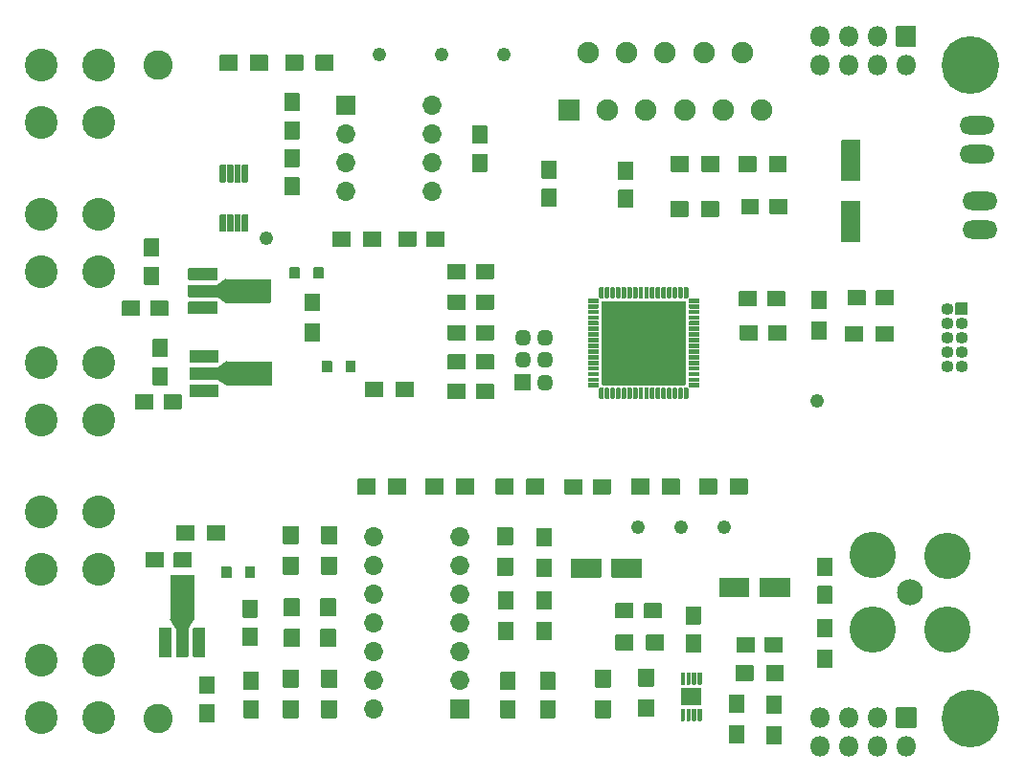
<source format=gbr>
G04 #@! TF.GenerationSoftware,KiCad,Pcbnew,(5.1.12-1-10_14)*
G04 #@! TF.CreationDate,2022-10-09T23:27:55+02:00*
G04 #@! TF.ProjectId,Boat Channel Board,426f6174-2043-4686-916e-6e656c20426f,rev?*
G04 #@! TF.SameCoordinates,Original*
G04 #@! TF.FileFunction,Soldermask,Top*
G04 #@! TF.FilePolarity,Negative*
%FSLAX46Y46*%
G04 Gerber Fmt 4.6, Leading zero omitted, Abs format (unit mm)*
G04 Created by KiCad (PCBNEW (5.1.12-1-10_14)) date 2022-10-09 23:27:55*
%MOMM*%
%LPD*%
G01*
G04 APERTURE LIST*
%ADD10C,1.245000*%
%ADD11O,1.102000X1.102000*%
%ADD12C,4.102000*%
%ADD13C,2.302000*%
%ADD14O,1.802000X1.802000*%
%ADD15O,1.452000X1.452000*%
%ADD16C,2.602000*%
%ADD17C,5.102000*%
%ADD18O,1.902000X1.902000*%
%ADD19C,2.902000*%
%ADD20C,0.025400*%
%ADD21O,1.702000X1.702000*%
%ADD22O,3.112000X1.612000*%
G04 APERTURE END LIST*
D10*
X82730000Y-66340000D03*
G36*
G01*
X84385000Y-58439000D02*
X85635000Y-58439000D01*
G75*
G02*
X85686000Y-58490000I0J-51000D01*
G01*
X85686000Y-59990000D01*
G75*
G02*
X85635000Y-60041000I-51000J0D01*
G01*
X84385000Y-60041000D01*
G75*
G02*
X84334000Y-59990000I0J51000D01*
G01*
X84334000Y-58490000D01*
G75*
G02*
X84385000Y-58439000I51000J0D01*
G01*
G37*
G36*
G01*
X84385000Y-60939000D02*
X85635000Y-60939000D01*
G75*
G02*
X85686000Y-60990000I0J-51000D01*
G01*
X85686000Y-62490000D01*
G75*
G02*
X85635000Y-62541000I-51000J0D01*
G01*
X84385000Y-62541000D01*
G75*
G02*
X84334000Y-62490000I0J51000D01*
G01*
X84334000Y-60990000D01*
G75*
G02*
X84385000Y-60939000I51000J0D01*
G01*
G37*
G36*
G01*
X143649000Y-73060000D02*
X143649000Y-72060000D01*
G75*
G02*
X143700000Y-72009000I51000J0D01*
G01*
X144700000Y-72009000D01*
G75*
G02*
X144751000Y-72060000I0J-51000D01*
G01*
X144751000Y-73060000D01*
G75*
G02*
X144700000Y-73111000I-51000J0D01*
G01*
X143700000Y-73111000D01*
G75*
G02*
X143649000Y-73060000I0J51000D01*
G01*
G37*
D11*
X142930000Y-72560000D03*
X144200000Y-73830000D03*
X142930000Y-73830000D03*
X144200000Y-75100000D03*
X142930000Y-75100000D03*
X144200000Y-76370000D03*
X142930000Y-76370000D03*
X144200000Y-77640000D03*
X142930000Y-77640000D03*
G36*
G01*
X71149000Y-81435000D02*
X71149000Y-80185000D01*
G75*
G02*
X71200000Y-80134000I51000J0D01*
G01*
X72700000Y-80134000D01*
G75*
G02*
X72751000Y-80185000I0J-51000D01*
G01*
X72751000Y-81435000D01*
G75*
G02*
X72700000Y-81486000I-51000J0D01*
G01*
X71200000Y-81486000D01*
G75*
G02*
X71149000Y-81435000I0J51000D01*
G01*
G37*
G36*
G01*
X73649000Y-81435000D02*
X73649000Y-80185000D01*
G75*
G02*
X73700000Y-80134000I51000J0D01*
G01*
X75200000Y-80134000D01*
G75*
G02*
X75251000Y-80185000I0J-51000D01*
G01*
X75251000Y-81435000D01*
G75*
G02*
X75200000Y-81486000I-51000J0D01*
G01*
X73700000Y-81486000D01*
G75*
G02*
X73649000Y-81435000I0J51000D01*
G01*
G37*
G36*
G01*
X76161000Y-94155000D02*
X76161000Y-95405000D01*
G75*
G02*
X76110000Y-95456000I-51000J0D01*
G01*
X74610000Y-95456000D01*
G75*
G02*
X74559000Y-95405000I0J51000D01*
G01*
X74559000Y-94155000D01*
G75*
G02*
X74610000Y-94104000I51000J0D01*
G01*
X76110000Y-94104000D01*
G75*
G02*
X76161000Y-94155000I0J-51000D01*
G01*
G37*
G36*
G01*
X73661000Y-94155000D02*
X73661000Y-95405000D01*
G75*
G02*
X73610000Y-95456000I-51000J0D01*
G01*
X72110000Y-95456000D01*
G75*
G02*
X72059000Y-95405000I0J51000D01*
G01*
X72059000Y-94155000D01*
G75*
G02*
X72110000Y-94104000I51000J0D01*
G01*
X73610000Y-94104000D01*
G75*
G02*
X73661000Y-94155000I0J-51000D01*
G01*
G37*
G36*
G01*
X73995000Y-79351000D02*
X72745000Y-79351000D01*
G75*
G02*
X72694000Y-79300000I0J51000D01*
G01*
X72694000Y-77800000D01*
G75*
G02*
X72745000Y-77749000I51000J0D01*
G01*
X73995000Y-77749000D01*
G75*
G02*
X74046000Y-77800000I0J-51000D01*
G01*
X74046000Y-79300000D01*
G75*
G02*
X73995000Y-79351000I-51000J0D01*
G01*
G37*
G36*
G01*
X73995000Y-76851000D02*
X72745000Y-76851000D01*
G75*
G02*
X72694000Y-76800000I0J51000D01*
G01*
X72694000Y-75300000D01*
G75*
G02*
X72745000Y-75249000I51000J0D01*
G01*
X73995000Y-75249000D01*
G75*
G02*
X74046000Y-75300000I0J-51000D01*
G01*
X74046000Y-76800000D01*
G75*
G02*
X73995000Y-76851000I-51000J0D01*
G01*
G37*
G36*
G01*
X78135000Y-109171000D02*
X76885000Y-109171000D01*
G75*
G02*
X76834000Y-109120000I0J51000D01*
G01*
X76834000Y-107620000D01*
G75*
G02*
X76885000Y-107569000I51000J0D01*
G01*
X78135000Y-107569000D01*
G75*
G02*
X78186000Y-107620000I0J-51000D01*
G01*
X78186000Y-109120000D01*
G75*
G02*
X78135000Y-109171000I-51000J0D01*
G01*
G37*
G36*
G01*
X78135000Y-106671000D02*
X76885000Y-106671000D01*
G75*
G02*
X76834000Y-106620000I0J51000D01*
G01*
X76834000Y-105120000D01*
G75*
G02*
X76885000Y-105069000I51000J0D01*
G01*
X78135000Y-105069000D01*
G75*
G02*
X78186000Y-105120000I0J-51000D01*
G01*
X78186000Y-106620000D01*
G75*
G02*
X78135000Y-106671000I-51000J0D01*
G01*
G37*
G36*
G01*
X69969000Y-73165000D02*
X69969000Y-71915000D01*
G75*
G02*
X70020000Y-71864000I51000J0D01*
G01*
X71520000Y-71864000D01*
G75*
G02*
X71571000Y-71915000I0J-51000D01*
G01*
X71571000Y-73165000D01*
G75*
G02*
X71520000Y-73216000I-51000J0D01*
G01*
X70020000Y-73216000D01*
G75*
G02*
X69969000Y-73165000I0J51000D01*
G01*
G37*
G36*
G01*
X72469000Y-73165000D02*
X72469000Y-71915000D01*
G75*
G02*
X72520000Y-71864000I51000J0D01*
G01*
X74020000Y-71864000D01*
G75*
G02*
X74071000Y-71915000I0J-51000D01*
G01*
X74071000Y-73165000D01*
G75*
G02*
X74020000Y-73216000I-51000J0D01*
G01*
X72520000Y-73216000D01*
G75*
G02*
X72469000Y-73165000I0J51000D01*
G01*
G37*
G36*
G01*
X107125000Y-59449000D02*
X108375000Y-59449000D01*
G75*
G02*
X108426000Y-59500000I0J-51000D01*
G01*
X108426000Y-61000000D01*
G75*
G02*
X108375000Y-61051000I-51000J0D01*
G01*
X107125000Y-61051000D01*
G75*
G02*
X107074000Y-61000000I0J51000D01*
G01*
X107074000Y-59500000D01*
G75*
G02*
X107125000Y-59449000I51000J0D01*
G01*
G37*
G36*
G01*
X107125000Y-61949000D02*
X108375000Y-61949000D01*
G75*
G02*
X108426000Y-62000000I0J-51000D01*
G01*
X108426000Y-63500000D01*
G75*
G02*
X108375000Y-63551000I-51000J0D01*
G01*
X107125000Y-63551000D01*
G75*
G02*
X107074000Y-63500000I0J51000D01*
G01*
X107074000Y-62000000D01*
G75*
G02*
X107125000Y-61949000I51000J0D01*
G01*
G37*
G36*
G01*
X113875000Y-59549000D02*
X115125000Y-59549000D01*
G75*
G02*
X115176000Y-59600000I0J-51000D01*
G01*
X115176000Y-61100000D01*
G75*
G02*
X115125000Y-61151000I-51000J0D01*
G01*
X113875000Y-61151000D01*
G75*
G02*
X113824000Y-61100000I0J51000D01*
G01*
X113824000Y-59600000D01*
G75*
G02*
X113875000Y-59549000I51000J0D01*
G01*
G37*
G36*
G01*
X113875000Y-62049000D02*
X115125000Y-62049000D01*
G75*
G02*
X115176000Y-62100000I0J-51000D01*
G01*
X115176000Y-63600000D01*
G75*
G02*
X115125000Y-63651000I-51000J0D01*
G01*
X113875000Y-63651000D01*
G75*
G02*
X113824000Y-63600000I0J51000D01*
G01*
X113824000Y-62100000D01*
G75*
G02*
X113875000Y-62049000I51000J0D01*
G01*
G37*
G36*
G01*
X71985000Y-66369000D02*
X73235000Y-66369000D01*
G75*
G02*
X73286000Y-66420000I0J-51000D01*
G01*
X73286000Y-67920000D01*
G75*
G02*
X73235000Y-67971000I-51000J0D01*
G01*
X71985000Y-67971000D01*
G75*
G02*
X71934000Y-67920000I0J51000D01*
G01*
X71934000Y-66420000D01*
G75*
G02*
X71985000Y-66369000I51000J0D01*
G01*
G37*
G36*
G01*
X71985000Y-68869000D02*
X73235000Y-68869000D01*
G75*
G02*
X73286000Y-68920000I0J-51000D01*
G01*
X73286000Y-70420000D01*
G75*
G02*
X73235000Y-70471000I-51000J0D01*
G01*
X71985000Y-70471000D01*
G75*
G02*
X71934000Y-70420000I0J51000D01*
G01*
X71934000Y-68920000D01*
G75*
G02*
X71985000Y-68869000I51000J0D01*
G01*
G37*
D12*
X136350000Y-94350000D03*
X142950000Y-94450000D03*
X142950000Y-100950000D03*
X136350000Y-100950000D03*
D13*
X139650000Y-97650000D03*
G36*
G01*
X138450000Y-107849000D02*
X140150000Y-107849000D01*
G75*
G02*
X140201000Y-107900000I0J-51000D01*
G01*
X140201000Y-109600000D01*
G75*
G02*
X140150000Y-109651000I-51000J0D01*
G01*
X138450000Y-109651000D01*
G75*
G02*
X138399000Y-109600000I0J51000D01*
G01*
X138399000Y-107900000D01*
G75*
G02*
X138450000Y-107849000I51000J0D01*
G01*
G37*
D14*
X139300000Y-111290000D03*
X136760000Y-108750000D03*
X136760000Y-111290000D03*
X134220000Y-108750000D03*
X134220000Y-111290000D03*
X131680000Y-108750000D03*
X131680000Y-111290000D03*
G36*
G01*
X104674000Y-79775000D02*
X104674000Y-78425000D01*
G75*
G02*
X104725000Y-78374000I51000J0D01*
G01*
X106075000Y-78374000D01*
G75*
G02*
X106126000Y-78425000I0J-51000D01*
G01*
X106126000Y-79775000D01*
G75*
G02*
X106075000Y-79826000I-51000J0D01*
G01*
X104725000Y-79826000D01*
G75*
G02*
X104674000Y-79775000I0J51000D01*
G01*
G37*
D15*
X107400000Y-79100000D03*
X105400000Y-77100000D03*
X107400000Y-77100000D03*
X105400000Y-75100000D03*
X107400000Y-75100000D03*
G36*
G01*
X138430000Y-47559000D02*
X140130000Y-47559000D01*
G75*
G02*
X140181000Y-47610000I0J-51000D01*
G01*
X140181000Y-49310000D01*
G75*
G02*
X140130000Y-49361000I-51000J0D01*
G01*
X138430000Y-49361000D01*
G75*
G02*
X138379000Y-49310000I0J51000D01*
G01*
X138379000Y-47610000D01*
G75*
G02*
X138430000Y-47559000I51000J0D01*
G01*
G37*
D14*
X139280000Y-51000000D03*
X136740000Y-48460000D03*
X136740000Y-51000000D03*
X134200000Y-48460000D03*
X134200000Y-51000000D03*
X131660000Y-48460000D03*
X131660000Y-51000000D03*
G36*
G01*
X95801000Y-79050000D02*
X95801000Y-80350000D01*
G75*
G02*
X95750000Y-80401000I-51000J0D01*
G01*
X94250000Y-80401000D01*
G75*
G02*
X94199000Y-80350000I0J51000D01*
G01*
X94199000Y-79050000D01*
G75*
G02*
X94250000Y-78999000I51000J0D01*
G01*
X95750000Y-78999000D01*
G75*
G02*
X95801000Y-79050000I0J-51000D01*
G01*
G37*
G36*
G01*
X93101000Y-79050000D02*
X93101000Y-80350000D01*
G75*
G02*
X93050000Y-80401000I-51000J0D01*
G01*
X91550000Y-80401000D01*
G75*
G02*
X91499000Y-80350000I0J51000D01*
G01*
X91499000Y-79050000D01*
G75*
G02*
X91550000Y-78999000I51000J0D01*
G01*
X93050000Y-78999000D01*
G75*
G02*
X93101000Y-79050000I0J-51000D01*
G01*
G37*
G36*
G01*
X79101000Y-91750000D02*
X79101000Y-93050000D01*
G75*
G02*
X79050000Y-93101000I-51000J0D01*
G01*
X77550000Y-93101000D01*
G75*
G02*
X77499000Y-93050000I0J51000D01*
G01*
X77499000Y-91750000D01*
G75*
G02*
X77550000Y-91699000I51000J0D01*
G01*
X79050000Y-91699000D01*
G75*
G02*
X79101000Y-91750000I0J-51000D01*
G01*
G37*
G36*
G01*
X76401000Y-91750000D02*
X76401000Y-93050000D01*
G75*
G02*
X76350000Y-93101000I-51000J0D01*
G01*
X74850000Y-93101000D01*
G75*
G02*
X74799000Y-93050000I0J51000D01*
G01*
X74799000Y-91750000D01*
G75*
G02*
X74850000Y-91699000I51000J0D01*
G01*
X76350000Y-91699000D01*
G75*
G02*
X76401000Y-91750000I0J-51000D01*
G01*
G37*
G36*
G01*
X86150000Y-71199000D02*
X87450000Y-71199000D01*
G75*
G02*
X87501000Y-71250000I0J-51000D01*
G01*
X87501000Y-72750000D01*
G75*
G02*
X87450000Y-72801000I-51000J0D01*
G01*
X86150000Y-72801000D01*
G75*
G02*
X86099000Y-72750000I0J51000D01*
G01*
X86099000Y-71250000D01*
G75*
G02*
X86150000Y-71199000I51000J0D01*
G01*
G37*
G36*
G01*
X86150000Y-73899000D02*
X87450000Y-73899000D01*
G75*
G02*
X87501000Y-73950000I0J-51000D01*
G01*
X87501000Y-75450000D01*
G75*
G02*
X87450000Y-75501000I-51000J0D01*
G01*
X86150000Y-75501000D01*
G75*
G02*
X86099000Y-75450000I0J51000D01*
G01*
X86099000Y-73950000D01*
G75*
G02*
X86150000Y-73899000I51000J0D01*
G01*
G37*
G36*
G01*
X90651000Y-77250000D02*
X90651000Y-78150000D01*
G75*
G02*
X90600000Y-78201000I-51000J0D01*
G01*
X89800000Y-78201000D01*
G75*
G02*
X89749000Y-78150000I0J51000D01*
G01*
X89749000Y-77250000D01*
G75*
G02*
X89800000Y-77199000I51000J0D01*
G01*
X90600000Y-77199000D01*
G75*
G02*
X90651000Y-77250000I0J-51000D01*
G01*
G37*
G36*
G01*
X88551000Y-77250000D02*
X88551000Y-78150000D01*
G75*
G02*
X88500000Y-78201000I-51000J0D01*
G01*
X87700000Y-78201000D01*
G75*
G02*
X87649000Y-78150000I0J51000D01*
G01*
X87649000Y-77250000D01*
G75*
G02*
X87700000Y-77199000I51000J0D01*
G01*
X88500000Y-77199000D01*
G75*
G02*
X88551000Y-77250000I0J-51000D01*
G01*
G37*
G36*
G01*
X81751000Y-95450000D02*
X81751000Y-96350000D01*
G75*
G02*
X81700000Y-96401000I-51000J0D01*
G01*
X80900000Y-96401000D01*
G75*
G02*
X80849000Y-96350000I0J51000D01*
G01*
X80849000Y-95450000D01*
G75*
G02*
X80900000Y-95399000I51000J0D01*
G01*
X81700000Y-95399000D01*
G75*
G02*
X81751000Y-95450000I0J-51000D01*
G01*
G37*
G36*
G01*
X79651000Y-95450000D02*
X79651000Y-96350000D01*
G75*
G02*
X79600000Y-96401000I-51000J0D01*
G01*
X78800000Y-96401000D01*
G75*
G02*
X78749000Y-96350000I0J51000D01*
G01*
X78749000Y-95450000D01*
G75*
G02*
X78800000Y-95399000I51000J0D01*
G01*
X79600000Y-95399000D01*
G75*
G02*
X79651000Y-95450000I0J-51000D01*
G01*
G37*
G36*
G01*
X87801000Y-68950000D02*
X87801000Y-69850000D01*
G75*
G02*
X87750000Y-69901000I-51000J0D01*
G01*
X86950000Y-69901000D01*
G75*
G02*
X86899000Y-69850000I0J51000D01*
G01*
X86899000Y-68950000D01*
G75*
G02*
X86950000Y-68899000I51000J0D01*
G01*
X87750000Y-68899000D01*
G75*
G02*
X87801000Y-68950000I0J-51000D01*
G01*
G37*
G36*
G01*
X85701000Y-68950000D02*
X85701000Y-69850000D01*
G75*
G02*
X85650000Y-69901000I-51000J0D01*
G01*
X84850000Y-69901000D01*
G75*
G02*
X84799000Y-69850000I0J51000D01*
G01*
X84799000Y-68950000D01*
G75*
G02*
X84850000Y-68899000I51000J0D01*
G01*
X85650000Y-68899000D01*
G75*
G02*
X85701000Y-68950000I0J-51000D01*
G01*
G37*
D16*
X73200000Y-51000000D03*
X73200000Y-108800000D03*
D17*
X145000000Y-108800000D03*
X145000000Y-51000000D03*
D10*
X119400000Y-91900000D03*
X131400000Y-80700000D03*
X123200000Y-91900000D03*
X115600000Y-91900000D03*
X103700000Y-50100000D03*
X98200000Y-50100000D03*
X92700000Y-50100000D03*
G36*
G01*
X108549000Y-55900000D02*
X108549000Y-54100000D01*
G75*
G02*
X108600000Y-54049000I51000J0D01*
G01*
X110400000Y-54049000D01*
G75*
G02*
X110451000Y-54100000I0J-51000D01*
G01*
X110451000Y-55900000D01*
G75*
G02*
X110400000Y-55951000I-51000J0D01*
G01*
X108600000Y-55951000D01*
G75*
G02*
X108549000Y-55900000I0J51000D01*
G01*
G37*
D18*
X111200000Y-49920000D03*
X112900000Y-55000000D03*
X114600000Y-49920000D03*
X116300000Y-55000000D03*
X118000000Y-49920000D03*
X119700000Y-55000000D03*
X121400000Y-49920000D03*
X123100000Y-55000000D03*
X124800000Y-49920000D03*
X126500000Y-55000000D03*
D19*
X62820000Y-56090000D03*
X67900000Y-56090000D03*
X67900000Y-51010000D03*
X62820000Y-51010000D03*
X62810000Y-108780000D03*
X67890000Y-108780000D03*
X67890000Y-103700000D03*
X62810000Y-103700000D03*
X62830000Y-95600000D03*
X67910000Y-95600000D03*
X67910000Y-90520000D03*
X62830000Y-90520000D03*
X62830000Y-82430000D03*
X67910000Y-82430000D03*
X67910000Y-77350000D03*
X62830000Y-77350000D03*
X62830000Y-69270000D03*
X67910000Y-69270000D03*
X67910000Y-64190000D03*
X62830000Y-64190000D03*
G36*
G01*
X104550000Y-101901000D02*
X103250000Y-101901000D01*
G75*
G02*
X103199000Y-101850000I0J51000D01*
G01*
X103199000Y-100350000D01*
G75*
G02*
X103250000Y-100299000I51000J0D01*
G01*
X104550000Y-100299000D01*
G75*
G02*
X104601000Y-100350000I0J-51000D01*
G01*
X104601000Y-101850000D01*
G75*
G02*
X104550000Y-101901000I-51000J0D01*
G01*
G37*
G36*
G01*
X104550000Y-99201000D02*
X103250000Y-99201000D01*
G75*
G02*
X103199000Y-99150000I0J51000D01*
G01*
X103199000Y-97650000D01*
G75*
G02*
X103250000Y-97599000I51000J0D01*
G01*
X104550000Y-97599000D01*
G75*
G02*
X104601000Y-97650000I0J-51000D01*
G01*
X104601000Y-99150000D01*
G75*
G02*
X104550000Y-99201000I-51000J0D01*
G01*
G37*
G36*
G01*
X107950000Y-101901000D02*
X106650000Y-101901000D01*
G75*
G02*
X106599000Y-101850000I0J51000D01*
G01*
X106599000Y-100350000D01*
G75*
G02*
X106650000Y-100299000I51000J0D01*
G01*
X107950000Y-100299000D01*
G75*
G02*
X108001000Y-100350000I0J-51000D01*
G01*
X108001000Y-101850000D01*
G75*
G02*
X107950000Y-101901000I-51000J0D01*
G01*
G37*
G36*
G01*
X107950000Y-99201000D02*
X106650000Y-99201000D01*
G75*
G02*
X106599000Y-99150000I0J51000D01*
G01*
X106599000Y-97650000D01*
G75*
G02*
X106650000Y-97599000I51000J0D01*
G01*
X107950000Y-97599000D01*
G75*
G02*
X108001000Y-97650000I0J-51000D01*
G01*
X108001000Y-99150000D01*
G75*
G02*
X107950000Y-99201000I-51000J0D01*
G01*
G37*
G36*
G01*
X101101000Y-87650000D02*
X101101000Y-88950000D01*
G75*
G02*
X101050000Y-89001000I-51000J0D01*
G01*
X99550000Y-89001000D01*
G75*
G02*
X99499000Y-88950000I0J51000D01*
G01*
X99499000Y-87650000D01*
G75*
G02*
X99550000Y-87599000I51000J0D01*
G01*
X101050000Y-87599000D01*
G75*
G02*
X101101000Y-87650000I0J-51000D01*
G01*
G37*
G36*
G01*
X98401000Y-87650000D02*
X98401000Y-88950000D01*
G75*
G02*
X98350000Y-89001000I-51000J0D01*
G01*
X96850000Y-89001000D01*
G75*
G02*
X96799000Y-88950000I0J51000D01*
G01*
X96799000Y-87650000D01*
G75*
G02*
X96850000Y-87599000I51000J0D01*
G01*
X98350000Y-87599000D01*
G75*
G02*
X98401000Y-87650000I0J-51000D01*
G01*
G37*
G36*
G01*
X95101000Y-87650000D02*
X95101000Y-88950000D01*
G75*
G02*
X95050000Y-89001000I-51000J0D01*
G01*
X93550000Y-89001000D01*
G75*
G02*
X93499000Y-88950000I0J51000D01*
G01*
X93499000Y-87650000D01*
G75*
G02*
X93550000Y-87599000I51000J0D01*
G01*
X95050000Y-87599000D01*
G75*
G02*
X95101000Y-87650000I0J-51000D01*
G01*
G37*
G36*
G01*
X92401000Y-87650000D02*
X92401000Y-88950000D01*
G75*
G02*
X92350000Y-89001000I-51000J0D01*
G01*
X90850000Y-89001000D01*
G75*
G02*
X90799000Y-88950000I0J51000D01*
G01*
X90799000Y-87650000D01*
G75*
G02*
X90850000Y-87599000I51000J0D01*
G01*
X92350000Y-87599000D01*
G75*
G02*
X92401000Y-87650000I0J-51000D01*
G01*
G37*
G36*
G01*
X87550000Y-98199000D02*
X88850000Y-98199000D01*
G75*
G02*
X88901000Y-98250000I0J-51000D01*
G01*
X88901000Y-99750000D01*
G75*
G02*
X88850000Y-99801000I-51000J0D01*
G01*
X87550000Y-99801000D01*
G75*
G02*
X87499000Y-99750000I0J51000D01*
G01*
X87499000Y-98250000D01*
G75*
G02*
X87550000Y-98199000I51000J0D01*
G01*
G37*
G36*
G01*
X87550000Y-100899000D02*
X88850000Y-100899000D01*
G75*
G02*
X88901000Y-100950000I0J-51000D01*
G01*
X88901000Y-102450000D01*
G75*
G02*
X88850000Y-102501000I-51000J0D01*
G01*
X87550000Y-102501000D01*
G75*
G02*
X87499000Y-102450000I0J51000D01*
G01*
X87499000Y-100950000D01*
G75*
G02*
X87550000Y-100899000I51000J0D01*
G01*
G37*
G36*
G01*
X84350000Y-98199000D02*
X85650000Y-98199000D01*
G75*
G02*
X85701000Y-98250000I0J-51000D01*
G01*
X85701000Y-99750000D01*
G75*
G02*
X85650000Y-99801000I-51000J0D01*
G01*
X84350000Y-99801000D01*
G75*
G02*
X84299000Y-99750000I0J51000D01*
G01*
X84299000Y-98250000D01*
G75*
G02*
X84350000Y-98199000I51000J0D01*
G01*
G37*
G36*
G01*
X84350000Y-100899000D02*
X85650000Y-100899000D01*
G75*
G02*
X85701000Y-100950000I0J-51000D01*
G01*
X85701000Y-102450000D01*
G75*
G02*
X85650000Y-102501000I-51000J0D01*
G01*
X84350000Y-102501000D01*
G75*
G02*
X84299000Y-102450000I0J51000D01*
G01*
X84299000Y-100950000D01*
G75*
G02*
X84350000Y-100899000I51000J0D01*
G01*
G37*
G36*
G01*
X111850000Y-104499000D02*
X113150000Y-104499000D01*
G75*
G02*
X113201000Y-104550000I0J-51000D01*
G01*
X113201000Y-106050000D01*
G75*
G02*
X113150000Y-106101000I-51000J0D01*
G01*
X111850000Y-106101000D01*
G75*
G02*
X111799000Y-106050000I0J51000D01*
G01*
X111799000Y-104550000D01*
G75*
G02*
X111850000Y-104499000I51000J0D01*
G01*
G37*
G36*
G01*
X111850000Y-107199000D02*
X113150000Y-107199000D01*
G75*
G02*
X113201000Y-107250000I0J-51000D01*
G01*
X113201000Y-108750000D01*
G75*
G02*
X113150000Y-108801000I-51000J0D01*
G01*
X111850000Y-108801000D01*
G75*
G02*
X111799000Y-108750000I0J51000D01*
G01*
X111799000Y-107250000D01*
G75*
G02*
X111850000Y-107199000I51000J0D01*
G01*
G37*
G36*
G01*
X115650000Y-104399000D02*
X116950000Y-104399000D01*
G75*
G02*
X117001000Y-104450000I0J-51000D01*
G01*
X117001000Y-105950000D01*
G75*
G02*
X116950000Y-106001000I-51000J0D01*
G01*
X115650000Y-106001000D01*
G75*
G02*
X115599000Y-105950000I0J51000D01*
G01*
X115599000Y-104450000D01*
G75*
G02*
X115650000Y-104399000I51000J0D01*
G01*
G37*
G36*
G01*
X115650000Y-107099000D02*
X116950000Y-107099000D01*
G75*
G02*
X117001000Y-107150000I0J-51000D01*
G01*
X117001000Y-108650000D01*
G75*
G02*
X116950000Y-108701000I-51000J0D01*
G01*
X115650000Y-108701000D01*
G75*
G02*
X115599000Y-108650000I0J51000D01*
G01*
X115599000Y-107150000D01*
G75*
G02*
X115650000Y-107099000I51000J0D01*
G01*
G37*
G36*
G01*
X81925000Y-102401000D02*
X80675000Y-102401000D01*
G75*
G02*
X80624000Y-102350000I0J51000D01*
G01*
X80624000Y-100850000D01*
G75*
G02*
X80675000Y-100799000I51000J0D01*
G01*
X81925000Y-100799000D01*
G75*
G02*
X81976000Y-100850000I0J-51000D01*
G01*
X81976000Y-102350000D01*
G75*
G02*
X81925000Y-102401000I-51000J0D01*
G01*
G37*
G36*
G01*
X81925000Y-99901000D02*
X80675000Y-99901000D01*
G75*
G02*
X80624000Y-99850000I0J51000D01*
G01*
X80624000Y-98350000D01*
G75*
G02*
X80675000Y-98299000I51000J0D01*
G01*
X81925000Y-98299000D01*
G75*
G02*
X81976000Y-98350000I0J-51000D01*
G01*
X81976000Y-99850000D01*
G75*
G02*
X81925000Y-99901000I-51000J0D01*
G01*
G37*
G36*
G01*
X108225000Y-108801000D02*
X106975000Y-108801000D01*
G75*
G02*
X106924000Y-108750000I0J51000D01*
G01*
X106924000Y-107250000D01*
G75*
G02*
X106975000Y-107199000I51000J0D01*
G01*
X108225000Y-107199000D01*
G75*
G02*
X108276000Y-107250000I0J-51000D01*
G01*
X108276000Y-108750000D01*
G75*
G02*
X108225000Y-108801000I-51000J0D01*
G01*
G37*
G36*
G01*
X108225000Y-106301000D02*
X106975000Y-106301000D01*
G75*
G02*
X106924000Y-106250000I0J51000D01*
G01*
X106924000Y-104750000D01*
G75*
G02*
X106975000Y-104699000I51000J0D01*
G01*
X108225000Y-104699000D01*
G75*
G02*
X108276000Y-104750000I0J-51000D01*
G01*
X108276000Y-106250000D01*
G75*
G02*
X108225000Y-106301000I-51000J0D01*
G01*
G37*
G36*
G01*
X80775000Y-104699000D02*
X82025000Y-104699000D01*
G75*
G02*
X82076000Y-104750000I0J-51000D01*
G01*
X82076000Y-106250000D01*
G75*
G02*
X82025000Y-106301000I-51000J0D01*
G01*
X80775000Y-106301000D01*
G75*
G02*
X80724000Y-106250000I0J51000D01*
G01*
X80724000Y-104750000D01*
G75*
G02*
X80775000Y-104699000I51000J0D01*
G01*
G37*
G36*
G01*
X80775000Y-107199000D02*
X82025000Y-107199000D01*
G75*
G02*
X82076000Y-107250000I0J-51000D01*
G01*
X82076000Y-108750000D01*
G75*
G02*
X82025000Y-108801000I-51000J0D01*
G01*
X80775000Y-108801000D01*
G75*
G02*
X80724000Y-108750000I0J51000D01*
G01*
X80724000Y-107250000D01*
G75*
G02*
X80775000Y-107199000I51000J0D01*
G01*
G37*
G36*
G01*
X103475000Y-104699000D02*
X104725000Y-104699000D01*
G75*
G02*
X104776000Y-104750000I0J-51000D01*
G01*
X104776000Y-106250000D01*
G75*
G02*
X104725000Y-106301000I-51000J0D01*
G01*
X103475000Y-106301000D01*
G75*
G02*
X103424000Y-106250000I0J51000D01*
G01*
X103424000Y-104750000D01*
G75*
G02*
X103475000Y-104699000I51000J0D01*
G01*
G37*
G36*
G01*
X103475000Y-107199000D02*
X104725000Y-107199000D01*
G75*
G02*
X104776000Y-107250000I0J-51000D01*
G01*
X104776000Y-108750000D01*
G75*
G02*
X104725000Y-108801000I-51000J0D01*
G01*
X103475000Y-108801000D01*
G75*
G02*
X103424000Y-108750000I0J51000D01*
G01*
X103424000Y-107250000D01*
G75*
G02*
X103475000Y-107199000I51000J0D01*
G01*
G37*
G36*
G01*
X119379000Y-107625000D02*
X119379000Y-106175000D01*
G75*
G02*
X119430000Y-106124000I51000J0D01*
G01*
X121170000Y-106124000D01*
G75*
G02*
X121221000Y-106175000I0J-51000D01*
G01*
X121221000Y-107625000D01*
G75*
G02*
X121170000Y-107676000I-51000J0D01*
G01*
X119430000Y-107676000D01*
G75*
G02*
X119379000Y-107625000I0J51000D01*
G01*
G37*
G36*
G01*
X120374000Y-105800000D02*
X120374000Y-104800000D01*
G75*
G02*
X120425000Y-104749000I51000J0D01*
G01*
X120675000Y-104749000D01*
G75*
G02*
X120726000Y-104800000I0J-51000D01*
G01*
X120726000Y-105800000D01*
G75*
G02*
X120675000Y-105851000I-51000J0D01*
G01*
X120425000Y-105851000D01*
G75*
G02*
X120374000Y-105800000I0J51000D01*
G01*
G37*
G36*
G01*
X119374000Y-105800000D02*
X119374000Y-104800000D01*
G75*
G02*
X119425000Y-104749000I51000J0D01*
G01*
X119675000Y-104749000D01*
G75*
G02*
X119726000Y-104800000I0J-51000D01*
G01*
X119726000Y-105800000D01*
G75*
G02*
X119675000Y-105851000I-51000J0D01*
G01*
X119425000Y-105851000D01*
G75*
G02*
X119374000Y-105800000I0J51000D01*
G01*
G37*
G36*
G01*
X119874000Y-105800000D02*
X119874000Y-104800000D01*
G75*
G02*
X119925000Y-104749000I51000J0D01*
G01*
X120175000Y-104749000D01*
G75*
G02*
X120226000Y-104800000I0J-51000D01*
G01*
X120226000Y-105800000D01*
G75*
G02*
X120175000Y-105851000I-51000J0D01*
G01*
X119925000Y-105851000D01*
G75*
G02*
X119874000Y-105800000I0J51000D01*
G01*
G37*
G36*
G01*
X120874000Y-105800000D02*
X120874000Y-104800000D01*
G75*
G02*
X120925000Y-104749000I51000J0D01*
G01*
X121175000Y-104749000D01*
G75*
G02*
X121226000Y-104800000I0J-51000D01*
G01*
X121226000Y-105800000D01*
G75*
G02*
X121175000Y-105851000I-51000J0D01*
G01*
X120925000Y-105851000D01*
G75*
G02*
X120874000Y-105800000I0J51000D01*
G01*
G37*
G36*
G01*
X119374000Y-109000000D02*
X119374000Y-108000000D01*
G75*
G02*
X119425000Y-107949000I51000J0D01*
G01*
X119675000Y-107949000D01*
G75*
G02*
X119726000Y-108000000I0J-51000D01*
G01*
X119726000Y-109000000D01*
G75*
G02*
X119675000Y-109051000I-51000J0D01*
G01*
X119425000Y-109051000D01*
G75*
G02*
X119374000Y-109000000I0J51000D01*
G01*
G37*
G36*
G01*
X119874000Y-109000000D02*
X119874000Y-108000000D01*
G75*
G02*
X119925000Y-107949000I51000J0D01*
G01*
X120175000Y-107949000D01*
G75*
G02*
X120226000Y-108000000I0J-51000D01*
G01*
X120226000Y-109000000D01*
G75*
G02*
X120175000Y-109051000I-51000J0D01*
G01*
X119925000Y-109051000D01*
G75*
G02*
X119874000Y-109000000I0J51000D01*
G01*
G37*
G36*
G01*
X120374000Y-109000000D02*
X120374000Y-108000000D01*
G75*
G02*
X120425000Y-107949000I51000J0D01*
G01*
X120675000Y-107949000D01*
G75*
G02*
X120726000Y-108000000I0J-51000D01*
G01*
X120726000Y-109000000D01*
G75*
G02*
X120675000Y-109051000I-51000J0D01*
G01*
X120425000Y-109051000D01*
G75*
G02*
X120374000Y-109000000I0J51000D01*
G01*
G37*
G36*
G01*
X120874000Y-109000000D02*
X120874000Y-108000000D01*
G75*
G02*
X120925000Y-107949000I51000J0D01*
G01*
X121175000Y-107949000D01*
G75*
G02*
X121226000Y-108000000I0J-51000D01*
G01*
X121226000Y-109000000D01*
G75*
G02*
X121175000Y-109051000I-51000J0D01*
G01*
X120925000Y-109051000D01*
G75*
G02*
X120874000Y-109000000I0J51000D01*
G01*
G37*
G36*
G01*
X107301000Y-87650000D02*
X107301000Y-88950000D01*
G75*
G02*
X107250000Y-89001000I-51000J0D01*
G01*
X105750000Y-89001000D01*
G75*
G02*
X105699000Y-88950000I0J51000D01*
G01*
X105699000Y-87650000D01*
G75*
G02*
X105750000Y-87599000I51000J0D01*
G01*
X107250000Y-87599000D01*
G75*
G02*
X107301000Y-87650000I0J-51000D01*
G01*
G37*
G36*
G01*
X104601000Y-87650000D02*
X104601000Y-88950000D01*
G75*
G02*
X104550000Y-89001000I-51000J0D01*
G01*
X103050000Y-89001000D01*
G75*
G02*
X102999000Y-88950000I0J51000D01*
G01*
X102999000Y-87650000D01*
G75*
G02*
X103050000Y-87599000I51000J0D01*
G01*
X104550000Y-87599000D01*
G75*
G02*
X104601000Y-87650000I0J-51000D01*
G01*
G37*
G36*
G01*
X75990000Y-76249000D02*
X78490000Y-76249000D01*
G75*
G02*
X78541000Y-76300000I0J-51000D01*
G01*
X78541000Y-77300000D01*
G75*
G02*
X78490000Y-77351000I-51000J0D01*
G01*
X75990000Y-77351000D01*
G75*
G02*
X75939000Y-77300000I0J51000D01*
G01*
X75939000Y-76300000D01*
G75*
G02*
X75990000Y-76249000I51000J0D01*
G01*
G37*
G36*
G01*
X75990000Y-77749000D02*
X78490000Y-77749000D01*
G75*
G02*
X78541000Y-77800000I0J-51000D01*
G01*
X78541000Y-78800000D01*
G75*
G02*
X78490000Y-78851000I-51000J0D01*
G01*
X75990000Y-78851000D01*
G75*
G02*
X75939000Y-78800000I0J51000D01*
G01*
X75939000Y-77800000D01*
G75*
G02*
X75990000Y-77749000I51000J0D01*
G01*
G37*
G36*
G01*
X75990000Y-79249000D02*
X78490000Y-79249000D01*
G75*
G02*
X78541000Y-79300000I0J-51000D01*
G01*
X78541000Y-80300000D01*
G75*
G02*
X78490000Y-80351000I-51000J0D01*
G01*
X75990000Y-80351000D01*
G75*
G02*
X75939000Y-80300000I0J51000D01*
G01*
X75939000Y-79300000D01*
G75*
G02*
X75990000Y-79249000I51000J0D01*
G01*
G37*
G36*
G01*
X79200000Y-77249000D02*
X83200000Y-77249000D01*
G75*
G02*
X83251000Y-77300000I0J-51000D01*
G01*
X83251000Y-79300000D01*
G75*
G02*
X83200000Y-79351000I-51000J0D01*
G01*
X79200000Y-79351000D01*
G75*
G02*
X79149000Y-79300000I0J51000D01*
G01*
X79149000Y-77300000D01*
G75*
G02*
X79200000Y-77249000I51000J0D01*
G01*
G37*
D20*
G36*
X79276000Y-79395294D02*
G01*
X78424000Y-78827294D01*
X78424000Y-77772706D01*
X79276000Y-77204706D01*
X79276000Y-79395294D01*
G37*
G36*
G01*
X75890000Y-68949000D02*
X78390000Y-68949000D01*
G75*
G02*
X78441000Y-69000000I0J-51000D01*
G01*
X78441000Y-70000000D01*
G75*
G02*
X78390000Y-70051000I-51000J0D01*
G01*
X75890000Y-70051000D01*
G75*
G02*
X75839000Y-70000000I0J51000D01*
G01*
X75839000Y-69000000D01*
G75*
G02*
X75890000Y-68949000I51000J0D01*
G01*
G37*
G36*
G01*
X75890000Y-70449000D02*
X78390000Y-70449000D01*
G75*
G02*
X78441000Y-70500000I0J-51000D01*
G01*
X78441000Y-71500000D01*
G75*
G02*
X78390000Y-71551000I-51000J0D01*
G01*
X75890000Y-71551000D01*
G75*
G02*
X75839000Y-71500000I0J51000D01*
G01*
X75839000Y-70500000D01*
G75*
G02*
X75890000Y-70449000I51000J0D01*
G01*
G37*
G36*
G01*
X75890000Y-71949000D02*
X78390000Y-71949000D01*
G75*
G02*
X78441000Y-72000000I0J-51000D01*
G01*
X78441000Y-73000000D01*
G75*
G02*
X78390000Y-73051000I-51000J0D01*
G01*
X75890000Y-73051000D01*
G75*
G02*
X75839000Y-73000000I0J51000D01*
G01*
X75839000Y-72000000D01*
G75*
G02*
X75890000Y-71949000I51000J0D01*
G01*
G37*
G36*
G01*
X79100000Y-69949000D02*
X83100000Y-69949000D01*
G75*
G02*
X83151000Y-70000000I0J-51000D01*
G01*
X83151000Y-72000000D01*
G75*
G02*
X83100000Y-72051000I-51000J0D01*
G01*
X79100000Y-72051000D01*
G75*
G02*
X79049000Y-72000000I0J51000D01*
G01*
X79049000Y-70000000D01*
G75*
G02*
X79100000Y-69949000I51000J0D01*
G01*
G37*
G36*
X79176000Y-72095294D02*
G01*
X78324000Y-71527294D01*
X78324000Y-70472706D01*
X79176000Y-69904706D01*
X79176000Y-72095294D01*
G37*
G36*
G01*
X73249000Y-103350000D02*
X73249000Y-100850000D01*
G75*
G02*
X73300000Y-100799000I51000J0D01*
G01*
X74300000Y-100799000D01*
G75*
G02*
X74351000Y-100850000I0J-51000D01*
G01*
X74351000Y-103350000D01*
G75*
G02*
X74300000Y-103401000I-51000J0D01*
G01*
X73300000Y-103401000D01*
G75*
G02*
X73249000Y-103350000I0J51000D01*
G01*
G37*
G36*
G01*
X74749000Y-103350000D02*
X74749000Y-100850000D01*
G75*
G02*
X74800000Y-100799000I51000J0D01*
G01*
X75800000Y-100799000D01*
G75*
G02*
X75851000Y-100850000I0J-51000D01*
G01*
X75851000Y-103350000D01*
G75*
G02*
X75800000Y-103401000I-51000J0D01*
G01*
X74800000Y-103401000D01*
G75*
G02*
X74749000Y-103350000I0J51000D01*
G01*
G37*
G36*
G01*
X76249000Y-103350000D02*
X76249000Y-100850000D01*
G75*
G02*
X76300000Y-100799000I51000J0D01*
G01*
X77300000Y-100799000D01*
G75*
G02*
X77351000Y-100850000I0J-51000D01*
G01*
X77351000Y-103350000D01*
G75*
G02*
X77300000Y-103401000I-51000J0D01*
G01*
X76300000Y-103401000D01*
G75*
G02*
X76249000Y-103350000I0J51000D01*
G01*
G37*
G36*
G01*
X74249000Y-100140000D02*
X74249000Y-96140000D01*
G75*
G02*
X74300000Y-96089000I51000J0D01*
G01*
X76300000Y-96089000D01*
G75*
G02*
X76351000Y-96140000I0J-51000D01*
G01*
X76351000Y-100140000D01*
G75*
G02*
X76300000Y-100191000I-51000J0D01*
G01*
X74300000Y-100191000D01*
G75*
G02*
X74249000Y-100140000I0J51000D01*
G01*
G37*
G36*
X76395294Y-100064000D02*
G01*
X75827294Y-100916000D01*
X74772706Y-100916000D01*
X74204706Y-100064000D01*
X76395294Y-100064000D01*
G37*
G36*
G01*
X88929000Y-55380000D02*
X88929000Y-53780000D01*
G75*
G02*
X88980000Y-53729000I51000J0D01*
G01*
X90580000Y-53729000D01*
G75*
G02*
X90631000Y-53780000I0J-51000D01*
G01*
X90631000Y-55380000D01*
G75*
G02*
X90580000Y-55431000I-51000J0D01*
G01*
X88980000Y-55431000D01*
G75*
G02*
X88929000Y-55380000I0J51000D01*
G01*
G37*
D21*
X97400000Y-62200000D03*
X89780000Y-57120000D03*
X97400000Y-59660000D03*
X89780000Y-59660000D03*
X97400000Y-57120000D03*
X89780000Y-62200000D03*
X97400000Y-54580000D03*
G36*
G01*
X130950000Y-70999000D02*
X132250000Y-70999000D01*
G75*
G02*
X132301000Y-71050000I0J-51000D01*
G01*
X132301000Y-72550000D01*
G75*
G02*
X132250000Y-72601000I-51000J0D01*
G01*
X130950000Y-72601000D01*
G75*
G02*
X130899000Y-72550000I0J51000D01*
G01*
X130899000Y-71050000D01*
G75*
G02*
X130950000Y-70999000I51000J0D01*
G01*
G37*
G36*
G01*
X130950000Y-73699000D02*
X132250000Y-73699000D01*
G75*
G02*
X132301000Y-73750000I0J-51000D01*
G01*
X132301000Y-75250000D01*
G75*
G02*
X132250000Y-75301000I-51000J0D01*
G01*
X130950000Y-75301000D01*
G75*
G02*
X130899000Y-75250000I0J51000D01*
G01*
X130899000Y-73750000D01*
G75*
G02*
X130950000Y-73699000I51000J0D01*
G01*
G37*
G36*
G01*
X113599000Y-102750000D02*
X113599000Y-101450000D01*
G75*
G02*
X113650000Y-101399000I51000J0D01*
G01*
X115150000Y-101399000D01*
G75*
G02*
X115201000Y-101450000I0J-51000D01*
G01*
X115201000Y-102750000D01*
G75*
G02*
X115150000Y-102801000I-51000J0D01*
G01*
X113650000Y-102801000D01*
G75*
G02*
X113599000Y-102750000I0J51000D01*
G01*
G37*
G36*
G01*
X116299000Y-102750000D02*
X116299000Y-101450000D01*
G75*
G02*
X116350000Y-101399000I51000J0D01*
G01*
X117850000Y-101399000D01*
G75*
G02*
X117901000Y-101450000I0J-51000D01*
G01*
X117901000Y-102750000D01*
G75*
G02*
X117850000Y-102801000I-51000J0D01*
G01*
X116350000Y-102801000D01*
G75*
G02*
X116299000Y-102750000I0J51000D01*
G01*
G37*
G36*
G01*
X128501000Y-104150000D02*
X128501000Y-105450000D01*
G75*
G02*
X128450000Y-105501000I-51000J0D01*
G01*
X126950000Y-105501000D01*
G75*
G02*
X126899000Y-105450000I0J51000D01*
G01*
X126899000Y-104150000D01*
G75*
G02*
X126950000Y-104099000I51000J0D01*
G01*
X128450000Y-104099000D01*
G75*
G02*
X128501000Y-104150000I0J-51000D01*
G01*
G37*
G36*
G01*
X125801000Y-104150000D02*
X125801000Y-105450000D01*
G75*
G02*
X125750000Y-105501000I-51000J0D01*
G01*
X124250000Y-105501000D01*
G75*
G02*
X124199000Y-105450000I0J51000D01*
G01*
X124199000Y-104150000D01*
G75*
G02*
X124250000Y-104099000I51000J0D01*
G01*
X125750000Y-104099000D01*
G75*
G02*
X125801000Y-104150000I0J-51000D01*
G01*
G37*
D22*
X145800000Y-65540000D03*
X145800000Y-63000000D03*
X145600000Y-58900000D03*
X145600000Y-56360000D03*
G36*
G01*
X112351000Y-94700000D02*
X112351000Y-96300000D01*
G75*
G02*
X112300000Y-96351000I-51000J0D01*
G01*
X109700000Y-96351000D01*
G75*
G02*
X109649000Y-96300000I0J51000D01*
G01*
X109649000Y-94700000D01*
G75*
G02*
X109700000Y-94649000I51000J0D01*
G01*
X112300000Y-94649000D01*
G75*
G02*
X112351000Y-94700000I0J-51000D01*
G01*
G37*
G36*
G01*
X115951000Y-94700000D02*
X115951000Y-96300000D01*
G75*
G02*
X115900000Y-96351000I-51000J0D01*
G01*
X113300000Y-96351000D01*
G75*
G02*
X113249000Y-96300000I0J51000D01*
G01*
X113249000Y-94700000D01*
G75*
G02*
X113300000Y-94649000I51000J0D01*
G01*
X115900000Y-94649000D01*
G75*
G02*
X115951000Y-94700000I0J-51000D01*
G01*
G37*
G36*
G01*
X124299000Y-102925000D02*
X124299000Y-101675000D01*
G75*
G02*
X124350000Y-101624000I51000J0D01*
G01*
X125850000Y-101624000D01*
G75*
G02*
X125901000Y-101675000I0J-51000D01*
G01*
X125901000Y-102925000D01*
G75*
G02*
X125850000Y-102976000I-51000J0D01*
G01*
X124350000Y-102976000D01*
G75*
G02*
X124299000Y-102925000I0J51000D01*
G01*
G37*
G36*
G01*
X126799000Y-102925000D02*
X126799000Y-101675000D01*
G75*
G02*
X126850000Y-101624000I51000J0D01*
G01*
X128350000Y-101624000D01*
G75*
G02*
X128401000Y-101675000I0J-51000D01*
G01*
X128401000Y-102925000D01*
G75*
G02*
X128350000Y-102976000I-51000J0D01*
G01*
X126850000Y-102976000D01*
G75*
G02*
X126799000Y-102925000I0J51000D01*
G01*
G37*
G36*
G01*
X125451000Y-96450000D02*
X125451000Y-98050000D01*
G75*
G02*
X125400000Y-98101000I-51000J0D01*
G01*
X122800000Y-98101000D01*
G75*
G02*
X122749000Y-98050000I0J51000D01*
G01*
X122749000Y-96450000D01*
G75*
G02*
X122800000Y-96399000I51000J0D01*
G01*
X125400000Y-96399000D01*
G75*
G02*
X125451000Y-96450000I0J-51000D01*
G01*
G37*
G36*
G01*
X129051000Y-96450000D02*
X129051000Y-98050000D01*
G75*
G02*
X129000000Y-98101000I-51000J0D01*
G01*
X126400000Y-98101000D01*
G75*
G02*
X126349000Y-98050000I0J51000D01*
G01*
X126349000Y-96450000D01*
G75*
G02*
X126400000Y-96399000I51000J0D01*
G01*
X129000000Y-96399000D01*
G75*
G02*
X129051000Y-96450000I0J-51000D01*
G01*
G37*
G36*
G01*
X128801000Y-62875000D02*
X128801000Y-64125000D01*
G75*
G02*
X128750000Y-64176000I-51000J0D01*
G01*
X127250000Y-64176000D01*
G75*
G02*
X127199000Y-64125000I0J51000D01*
G01*
X127199000Y-62875000D01*
G75*
G02*
X127250000Y-62824000I51000J0D01*
G01*
X128750000Y-62824000D01*
G75*
G02*
X128801000Y-62875000I0J-51000D01*
G01*
G37*
G36*
G01*
X126301000Y-62875000D02*
X126301000Y-64125000D01*
G75*
G02*
X126250000Y-64176000I-51000J0D01*
G01*
X124750000Y-64176000D01*
G75*
G02*
X124699000Y-64125000I0J51000D01*
G01*
X124699000Y-62875000D01*
G75*
G02*
X124750000Y-62824000I51000J0D01*
G01*
X126250000Y-62824000D01*
G75*
G02*
X126301000Y-62875000I0J-51000D01*
G01*
G37*
G36*
G01*
X135200000Y-61251000D02*
X133600000Y-61251000D01*
G75*
G02*
X133549000Y-61200000I0J51000D01*
G01*
X133549000Y-57700000D01*
G75*
G02*
X133600000Y-57649000I51000J0D01*
G01*
X135200000Y-57649000D01*
G75*
G02*
X135251000Y-57700000I0J-51000D01*
G01*
X135251000Y-61200000D01*
G75*
G02*
X135200000Y-61251000I-51000J0D01*
G01*
G37*
G36*
G01*
X135200000Y-66651000D02*
X133600000Y-66651000D01*
G75*
G02*
X133549000Y-66600000I0J51000D01*
G01*
X133549000Y-63100000D01*
G75*
G02*
X133600000Y-63049000I51000J0D01*
G01*
X135200000Y-63049000D01*
G75*
G02*
X135251000Y-63100000I0J-51000D01*
G01*
X135251000Y-66600000D01*
G75*
G02*
X135200000Y-66651000I-51000J0D01*
G01*
G37*
G36*
G01*
X100701000Y-107150000D02*
X100701000Y-108750000D01*
G75*
G02*
X100650000Y-108801000I-51000J0D01*
G01*
X99050000Y-108801000D01*
G75*
G02*
X98999000Y-108750000I0J51000D01*
G01*
X98999000Y-107150000D01*
G75*
G02*
X99050000Y-107099000I51000J0D01*
G01*
X100650000Y-107099000D01*
G75*
G02*
X100701000Y-107150000I0J-51000D01*
G01*
G37*
D21*
X92230000Y-92710000D03*
X99850000Y-105410000D03*
X92230000Y-95250000D03*
X99850000Y-102870000D03*
X92230000Y-97790000D03*
X99850000Y-100330000D03*
X92230000Y-100330000D03*
X99850000Y-97790000D03*
X92230000Y-102870000D03*
X99850000Y-95250000D03*
X92230000Y-105410000D03*
X99850000Y-92710000D03*
X92230000Y-107950000D03*
G36*
G01*
X94399000Y-67025000D02*
X94399000Y-65775000D01*
G75*
G02*
X94450000Y-65724000I51000J0D01*
G01*
X95950000Y-65724000D01*
G75*
G02*
X96001000Y-65775000I0J-51000D01*
G01*
X96001000Y-67025000D01*
G75*
G02*
X95950000Y-67076000I-51000J0D01*
G01*
X94450000Y-67076000D01*
G75*
G02*
X94399000Y-67025000I0J51000D01*
G01*
G37*
G36*
G01*
X96899000Y-67025000D02*
X96899000Y-65775000D01*
G75*
G02*
X96950000Y-65724000I51000J0D01*
G01*
X98450000Y-65724000D01*
G75*
G02*
X98501000Y-65775000I0J-51000D01*
G01*
X98501000Y-67025000D01*
G75*
G02*
X98450000Y-67076000I-51000J0D01*
G01*
X96950000Y-67076000D01*
G75*
G02*
X96899000Y-67025000I0J51000D01*
G01*
G37*
G36*
G01*
X102225000Y-60451000D02*
X100975000Y-60451000D01*
G75*
G02*
X100924000Y-60400000I0J51000D01*
G01*
X100924000Y-58900000D01*
G75*
G02*
X100975000Y-58849000I51000J0D01*
G01*
X102225000Y-58849000D01*
G75*
G02*
X102276000Y-58900000I0J-51000D01*
G01*
X102276000Y-60400000D01*
G75*
G02*
X102225000Y-60451000I-51000J0D01*
G01*
G37*
G36*
G01*
X102225000Y-57951000D02*
X100975000Y-57951000D01*
G75*
G02*
X100924000Y-57900000I0J51000D01*
G01*
X100924000Y-56400000D01*
G75*
G02*
X100975000Y-56349000I51000J0D01*
G01*
X102225000Y-56349000D01*
G75*
G02*
X102276000Y-56400000I0J-51000D01*
G01*
X102276000Y-57900000D01*
G75*
G02*
X102225000Y-57951000I-51000J0D01*
G01*
G37*
G36*
G01*
X84375000Y-55999000D02*
X85625000Y-55999000D01*
G75*
G02*
X85676000Y-56050000I0J-51000D01*
G01*
X85676000Y-57550000D01*
G75*
G02*
X85625000Y-57601000I-51000J0D01*
G01*
X84375000Y-57601000D01*
G75*
G02*
X84324000Y-57550000I0J51000D01*
G01*
X84324000Y-56050000D01*
G75*
G02*
X84375000Y-55999000I51000J0D01*
G01*
G37*
G36*
G01*
X84375000Y-53499000D02*
X85625000Y-53499000D01*
G75*
G02*
X85676000Y-53550000I0J-51000D01*
G01*
X85676000Y-55050000D01*
G75*
G02*
X85625000Y-55101000I-51000J0D01*
G01*
X84375000Y-55101000D01*
G75*
G02*
X84324000Y-55050000I0J51000D01*
G01*
X84324000Y-53550000D01*
G75*
G02*
X84375000Y-53499000I51000J0D01*
G01*
G37*
G36*
G01*
X131475000Y-97099000D02*
X132725000Y-97099000D01*
G75*
G02*
X132776000Y-97150000I0J-51000D01*
G01*
X132776000Y-98650000D01*
G75*
G02*
X132725000Y-98701000I-51000J0D01*
G01*
X131475000Y-98701000D01*
G75*
G02*
X131424000Y-98650000I0J51000D01*
G01*
X131424000Y-97150000D01*
G75*
G02*
X131475000Y-97099000I51000J0D01*
G01*
G37*
G36*
G01*
X131475000Y-94599000D02*
X132725000Y-94599000D01*
G75*
G02*
X132776000Y-94650000I0J-51000D01*
G01*
X132776000Y-96150000D01*
G75*
G02*
X132725000Y-96201000I-51000J0D01*
G01*
X131475000Y-96201000D01*
G75*
G02*
X131424000Y-96150000I0J51000D01*
G01*
X131424000Y-94650000D01*
G75*
G02*
X131475000Y-94599000I51000J0D01*
G01*
G37*
G36*
G01*
X117701000Y-98675000D02*
X117701000Y-99925000D01*
G75*
G02*
X117650000Y-99976000I-51000J0D01*
G01*
X116150000Y-99976000D01*
G75*
G02*
X116099000Y-99925000I0J51000D01*
G01*
X116099000Y-98675000D01*
G75*
G02*
X116150000Y-98624000I51000J0D01*
G01*
X117650000Y-98624000D01*
G75*
G02*
X117701000Y-98675000I0J-51000D01*
G01*
G37*
G36*
G01*
X115201000Y-98675000D02*
X115201000Y-99925000D01*
G75*
G02*
X115150000Y-99976000I-51000J0D01*
G01*
X113650000Y-99976000D01*
G75*
G02*
X113599000Y-99925000I0J51000D01*
G01*
X113599000Y-98675000D01*
G75*
G02*
X113650000Y-98624000I51000J0D01*
G01*
X115150000Y-98624000D01*
G75*
G02*
X115201000Y-98675000I0J-51000D01*
G01*
G37*
G36*
G01*
X119875000Y-101399000D02*
X121125000Y-101399000D01*
G75*
G02*
X121176000Y-101450000I0J-51000D01*
G01*
X121176000Y-102950000D01*
G75*
G02*
X121125000Y-103001000I-51000J0D01*
G01*
X119875000Y-103001000D01*
G75*
G02*
X119824000Y-102950000I0J51000D01*
G01*
X119824000Y-101450000D01*
G75*
G02*
X119875000Y-101399000I51000J0D01*
G01*
G37*
G36*
G01*
X119875000Y-98899000D02*
X121125000Y-98899000D01*
G75*
G02*
X121176000Y-98950000I0J-51000D01*
G01*
X121176000Y-100450000D01*
G75*
G02*
X121125000Y-100501000I-51000J0D01*
G01*
X119875000Y-100501000D01*
G75*
G02*
X119824000Y-100450000I0J51000D01*
G01*
X119824000Y-98950000D01*
G75*
G02*
X119875000Y-98899000I51000J0D01*
G01*
G37*
G36*
G01*
X101259000Y-75305000D02*
X101259000Y-74055000D01*
G75*
G02*
X101310000Y-74004000I51000J0D01*
G01*
X102810000Y-74004000D01*
G75*
G02*
X102861000Y-74055000I0J-51000D01*
G01*
X102861000Y-75305000D01*
G75*
G02*
X102810000Y-75356000I-51000J0D01*
G01*
X101310000Y-75356000D01*
G75*
G02*
X101259000Y-75305000I0J51000D01*
G01*
G37*
G36*
G01*
X98759000Y-75305000D02*
X98759000Y-74055000D01*
G75*
G02*
X98810000Y-74004000I51000J0D01*
G01*
X100310000Y-74004000D01*
G75*
G02*
X100361000Y-74055000I0J-51000D01*
G01*
X100361000Y-75305000D01*
G75*
G02*
X100310000Y-75356000I-51000J0D01*
G01*
X98810000Y-75356000D01*
G75*
G02*
X98759000Y-75305000I0J51000D01*
G01*
G37*
G36*
G01*
X98759000Y-77905000D02*
X98759000Y-76655000D01*
G75*
G02*
X98810000Y-76604000I51000J0D01*
G01*
X100310000Y-76604000D01*
G75*
G02*
X100361000Y-76655000I0J-51000D01*
G01*
X100361000Y-77905000D01*
G75*
G02*
X100310000Y-77956000I-51000J0D01*
G01*
X98810000Y-77956000D01*
G75*
G02*
X98759000Y-77905000I0J51000D01*
G01*
G37*
G36*
G01*
X101259000Y-77905000D02*
X101259000Y-76655000D01*
G75*
G02*
X101310000Y-76604000I51000J0D01*
G01*
X102810000Y-76604000D01*
G75*
G02*
X102861000Y-76655000I0J-51000D01*
G01*
X102861000Y-77905000D01*
G75*
G02*
X102810000Y-77956000I-51000J0D01*
G01*
X101310000Y-77956000D01*
G75*
G02*
X101259000Y-77905000I0J51000D01*
G01*
G37*
G36*
G01*
X98759000Y-80505000D02*
X98759000Y-79255000D01*
G75*
G02*
X98810000Y-79204000I51000J0D01*
G01*
X100310000Y-79204000D01*
G75*
G02*
X100361000Y-79255000I0J-51000D01*
G01*
X100361000Y-80505000D01*
G75*
G02*
X100310000Y-80556000I-51000J0D01*
G01*
X98810000Y-80556000D01*
G75*
G02*
X98759000Y-80505000I0J51000D01*
G01*
G37*
G36*
G01*
X101259000Y-80505000D02*
X101259000Y-79255000D01*
G75*
G02*
X101310000Y-79204000I51000J0D01*
G01*
X102810000Y-79204000D01*
G75*
G02*
X102861000Y-79255000I0J-51000D01*
G01*
X102861000Y-80505000D01*
G75*
G02*
X102810000Y-80556000I-51000J0D01*
G01*
X101310000Y-80556000D01*
G75*
G02*
X101259000Y-80505000I0J51000D01*
G01*
G37*
G36*
G01*
X134099000Y-72225000D02*
X134099000Y-70975000D01*
G75*
G02*
X134150000Y-70924000I51000J0D01*
G01*
X135650000Y-70924000D01*
G75*
G02*
X135701000Y-70975000I0J-51000D01*
G01*
X135701000Y-72225000D01*
G75*
G02*
X135650000Y-72276000I-51000J0D01*
G01*
X134150000Y-72276000D01*
G75*
G02*
X134099000Y-72225000I0J51000D01*
G01*
G37*
G36*
G01*
X136599000Y-72225000D02*
X136599000Y-70975000D01*
G75*
G02*
X136650000Y-70924000I51000J0D01*
G01*
X138150000Y-70924000D01*
G75*
G02*
X138201000Y-70975000I0J-51000D01*
G01*
X138201000Y-72225000D01*
G75*
G02*
X138150000Y-72276000I-51000J0D01*
G01*
X136650000Y-72276000D01*
G75*
G02*
X136599000Y-72225000I0J51000D01*
G01*
G37*
G36*
G01*
X98749000Y-69895000D02*
X98749000Y-68645000D01*
G75*
G02*
X98800000Y-68594000I51000J0D01*
G01*
X100300000Y-68594000D01*
G75*
G02*
X100351000Y-68645000I0J-51000D01*
G01*
X100351000Y-69895000D01*
G75*
G02*
X100300000Y-69946000I-51000J0D01*
G01*
X98800000Y-69946000D01*
G75*
G02*
X98749000Y-69895000I0J51000D01*
G01*
G37*
G36*
G01*
X101249000Y-69895000D02*
X101249000Y-68645000D01*
G75*
G02*
X101300000Y-68594000I51000J0D01*
G01*
X102800000Y-68594000D01*
G75*
G02*
X102851000Y-68645000I0J-51000D01*
G01*
X102851000Y-69895000D01*
G75*
G02*
X102800000Y-69946000I-51000J0D01*
G01*
X101300000Y-69946000D01*
G75*
G02*
X101249000Y-69895000I0J51000D01*
G01*
G37*
G36*
G01*
X101249000Y-72595000D02*
X101249000Y-71345000D01*
G75*
G02*
X101300000Y-71294000I51000J0D01*
G01*
X102800000Y-71294000D01*
G75*
G02*
X102851000Y-71345000I0J-51000D01*
G01*
X102851000Y-72595000D01*
G75*
G02*
X102800000Y-72646000I-51000J0D01*
G01*
X101300000Y-72646000D01*
G75*
G02*
X101249000Y-72595000I0J51000D01*
G01*
G37*
G36*
G01*
X98749000Y-72595000D02*
X98749000Y-71345000D01*
G75*
G02*
X98800000Y-71294000I51000J0D01*
G01*
X100300000Y-71294000D01*
G75*
G02*
X100351000Y-71345000I0J-51000D01*
G01*
X100351000Y-72595000D01*
G75*
G02*
X100300000Y-72646000I-51000J0D01*
G01*
X98800000Y-72646000D01*
G75*
G02*
X98749000Y-72595000I0J51000D01*
G01*
G37*
G36*
G01*
X126101000Y-71075000D02*
X126101000Y-72325000D01*
G75*
G02*
X126050000Y-72376000I-51000J0D01*
G01*
X124550000Y-72376000D01*
G75*
G02*
X124499000Y-72325000I0J51000D01*
G01*
X124499000Y-71075000D01*
G75*
G02*
X124550000Y-71024000I51000J0D01*
G01*
X126050000Y-71024000D01*
G75*
G02*
X126101000Y-71075000I0J-51000D01*
G01*
G37*
G36*
G01*
X128601000Y-71075000D02*
X128601000Y-72325000D01*
G75*
G02*
X128550000Y-72376000I-51000J0D01*
G01*
X127050000Y-72376000D01*
G75*
G02*
X126999000Y-72325000I0J51000D01*
G01*
X126999000Y-71075000D01*
G75*
G02*
X127050000Y-71024000I51000J0D01*
G01*
X128550000Y-71024000D01*
G75*
G02*
X128601000Y-71075000I0J-51000D01*
G01*
G37*
G36*
G01*
X124599000Y-75325000D02*
X124599000Y-74075000D01*
G75*
G02*
X124650000Y-74024000I51000J0D01*
G01*
X126150000Y-74024000D01*
G75*
G02*
X126201000Y-74075000I0J-51000D01*
G01*
X126201000Y-75325000D01*
G75*
G02*
X126150000Y-75376000I-51000J0D01*
G01*
X124650000Y-75376000D01*
G75*
G02*
X124599000Y-75325000I0J51000D01*
G01*
G37*
G36*
G01*
X127099000Y-75325000D02*
X127099000Y-74075000D01*
G75*
G02*
X127150000Y-74024000I51000J0D01*
G01*
X128650000Y-74024000D01*
G75*
G02*
X128701000Y-74075000I0J-51000D01*
G01*
X128701000Y-75325000D01*
G75*
G02*
X128650000Y-75376000I-51000J0D01*
G01*
X127150000Y-75376000D01*
G75*
G02*
X127099000Y-75325000I0J51000D01*
G01*
G37*
G36*
G01*
X110701000Y-87675000D02*
X110701000Y-88925000D01*
G75*
G02*
X110650000Y-88976000I-51000J0D01*
G01*
X109150000Y-88976000D01*
G75*
G02*
X109099000Y-88925000I0J51000D01*
G01*
X109099000Y-87675000D01*
G75*
G02*
X109150000Y-87624000I51000J0D01*
G01*
X110650000Y-87624000D01*
G75*
G02*
X110701000Y-87675000I0J-51000D01*
G01*
G37*
G36*
G01*
X113201000Y-87675000D02*
X113201000Y-88925000D01*
G75*
G02*
X113150000Y-88976000I-51000J0D01*
G01*
X111650000Y-88976000D01*
G75*
G02*
X111599000Y-88925000I0J51000D01*
G01*
X111599000Y-87675000D01*
G75*
G02*
X111650000Y-87624000I51000J0D01*
G01*
X113150000Y-87624000D01*
G75*
G02*
X113201000Y-87675000I0J-51000D01*
G01*
G37*
G36*
G01*
X80201000Y-50150000D02*
X80201000Y-51450000D01*
G75*
G02*
X80150000Y-51501000I-51000J0D01*
G01*
X78650000Y-51501000D01*
G75*
G02*
X78599000Y-51450000I0J51000D01*
G01*
X78599000Y-50150000D01*
G75*
G02*
X78650000Y-50099000I51000J0D01*
G01*
X80150000Y-50099000D01*
G75*
G02*
X80201000Y-50150000I0J-51000D01*
G01*
G37*
G36*
G01*
X82901000Y-50150000D02*
X82901000Y-51450000D01*
G75*
G02*
X82850000Y-51501000I-51000J0D01*
G01*
X81350000Y-51501000D01*
G75*
G02*
X81299000Y-51450000I0J51000D01*
G01*
X81299000Y-50150000D01*
G75*
G02*
X81350000Y-50099000I51000J0D01*
G01*
X82850000Y-50099000D01*
G75*
G02*
X82901000Y-50150000I0J-51000D01*
G01*
G37*
G36*
G01*
X92901000Y-65750000D02*
X92901000Y-67050000D01*
G75*
G02*
X92850000Y-67101000I-51000J0D01*
G01*
X91350000Y-67101000D01*
G75*
G02*
X91299000Y-67050000I0J51000D01*
G01*
X91299000Y-65750000D01*
G75*
G02*
X91350000Y-65699000I51000J0D01*
G01*
X92850000Y-65699000D01*
G75*
G02*
X92901000Y-65750000I0J-51000D01*
G01*
G37*
G36*
G01*
X90201000Y-65750000D02*
X90201000Y-67050000D01*
G75*
G02*
X90150000Y-67101000I-51000J0D01*
G01*
X88650000Y-67101000D01*
G75*
G02*
X88599000Y-67050000I0J51000D01*
G01*
X88599000Y-65750000D01*
G75*
G02*
X88650000Y-65699000I51000J0D01*
G01*
X90150000Y-65699000D01*
G75*
G02*
X90201000Y-65750000I0J-51000D01*
G01*
G37*
G36*
G01*
X122751000Y-63100000D02*
X122751000Y-64400000D01*
G75*
G02*
X122700000Y-64451000I-51000J0D01*
G01*
X121200000Y-64451000D01*
G75*
G02*
X121149000Y-64400000I0J51000D01*
G01*
X121149000Y-63100000D01*
G75*
G02*
X121200000Y-63049000I51000J0D01*
G01*
X122700000Y-63049000D01*
G75*
G02*
X122751000Y-63100000I0J-51000D01*
G01*
G37*
G36*
G01*
X120051000Y-63100000D02*
X120051000Y-64400000D01*
G75*
G02*
X120000000Y-64451000I-51000J0D01*
G01*
X118500000Y-64451000D01*
G75*
G02*
X118449000Y-64400000I0J51000D01*
G01*
X118449000Y-63100000D01*
G75*
G02*
X118500000Y-63049000I51000J0D01*
G01*
X120000000Y-63049000D01*
G75*
G02*
X120051000Y-63100000I0J-51000D01*
G01*
G37*
G36*
G01*
X118499000Y-60400000D02*
X118499000Y-59100000D01*
G75*
G02*
X118550000Y-59049000I51000J0D01*
G01*
X120050000Y-59049000D01*
G75*
G02*
X120101000Y-59100000I0J-51000D01*
G01*
X120101000Y-60400000D01*
G75*
G02*
X120050000Y-60451000I-51000J0D01*
G01*
X118550000Y-60451000D01*
G75*
G02*
X118499000Y-60400000I0J51000D01*
G01*
G37*
G36*
G01*
X121199000Y-60400000D02*
X121199000Y-59100000D01*
G75*
G02*
X121250000Y-59049000I51000J0D01*
G01*
X122750000Y-59049000D01*
G75*
G02*
X122801000Y-59100000I0J-51000D01*
G01*
X122801000Y-60400000D01*
G75*
G02*
X122750000Y-60451000I-51000J0D01*
G01*
X121250000Y-60451000D01*
G75*
G02*
X121199000Y-60400000I0J51000D01*
G01*
G37*
G36*
G01*
X127149000Y-60400000D02*
X127149000Y-59100000D01*
G75*
G02*
X127200000Y-59049000I51000J0D01*
G01*
X128700000Y-59049000D01*
G75*
G02*
X128751000Y-59100000I0J-51000D01*
G01*
X128751000Y-60400000D01*
G75*
G02*
X128700000Y-60451000I-51000J0D01*
G01*
X127200000Y-60451000D01*
G75*
G02*
X127149000Y-60400000I0J51000D01*
G01*
G37*
G36*
G01*
X124449000Y-60400000D02*
X124449000Y-59100000D01*
G75*
G02*
X124500000Y-59049000I51000J0D01*
G01*
X126000000Y-59049000D01*
G75*
G02*
X126051000Y-59100000I0J-51000D01*
G01*
X126051000Y-60400000D01*
G75*
G02*
X126000000Y-60451000I-51000J0D01*
G01*
X124500000Y-60451000D01*
G75*
G02*
X124449000Y-60400000I0J51000D01*
G01*
G37*
G36*
G01*
X86001000Y-50150000D02*
X86001000Y-51450000D01*
G75*
G02*
X85950000Y-51501000I-51000J0D01*
G01*
X84450000Y-51501000D01*
G75*
G02*
X84399000Y-51450000I0J51000D01*
G01*
X84399000Y-50150000D01*
G75*
G02*
X84450000Y-50099000I51000J0D01*
G01*
X85950000Y-50099000D01*
G75*
G02*
X86001000Y-50150000I0J-51000D01*
G01*
G37*
G36*
G01*
X88701000Y-50150000D02*
X88701000Y-51450000D01*
G75*
G02*
X88650000Y-51501000I-51000J0D01*
G01*
X87150000Y-51501000D01*
G75*
G02*
X87099000Y-51450000I0J51000D01*
G01*
X87099000Y-50150000D01*
G75*
G02*
X87150000Y-50099000I51000J0D01*
G01*
X88650000Y-50099000D01*
G75*
G02*
X88701000Y-50150000I0J-51000D01*
G01*
G37*
G36*
G01*
X104500000Y-93501000D02*
X103200000Y-93501000D01*
G75*
G02*
X103149000Y-93450000I0J51000D01*
G01*
X103149000Y-91950000D01*
G75*
G02*
X103200000Y-91899000I51000J0D01*
G01*
X104500000Y-91899000D01*
G75*
G02*
X104551000Y-91950000I0J-51000D01*
G01*
X104551000Y-93450000D01*
G75*
G02*
X104500000Y-93501000I-51000J0D01*
G01*
G37*
G36*
G01*
X104500000Y-96201000D02*
X103200000Y-96201000D01*
G75*
G02*
X103149000Y-96150000I0J51000D01*
G01*
X103149000Y-94650000D01*
G75*
G02*
X103200000Y-94599000I51000J0D01*
G01*
X104500000Y-94599000D01*
G75*
G02*
X104551000Y-94650000I0J-51000D01*
G01*
X104551000Y-96150000D01*
G75*
G02*
X104500000Y-96201000I-51000J0D01*
G01*
G37*
G36*
G01*
X88950000Y-93401000D02*
X87650000Y-93401000D01*
G75*
G02*
X87599000Y-93350000I0J51000D01*
G01*
X87599000Y-91850000D01*
G75*
G02*
X87650000Y-91799000I51000J0D01*
G01*
X88950000Y-91799000D01*
G75*
G02*
X89001000Y-91850000I0J-51000D01*
G01*
X89001000Y-93350000D01*
G75*
G02*
X88950000Y-93401000I-51000J0D01*
G01*
G37*
G36*
G01*
X88950000Y-96101000D02*
X87650000Y-96101000D01*
G75*
G02*
X87599000Y-96050000I0J51000D01*
G01*
X87599000Y-94550000D01*
G75*
G02*
X87650000Y-94499000I51000J0D01*
G01*
X88950000Y-94499000D01*
G75*
G02*
X89001000Y-94550000I0J-51000D01*
G01*
X89001000Y-96050000D01*
G75*
G02*
X88950000Y-96101000I-51000J0D01*
G01*
G37*
G36*
G01*
X87650000Y-107199000D02*
X88950000Y-107199000D01*
G75*
G02*
X89001000Y-107250000I0J-51000D01*
G01*
X89001000Y-108750000D01*
G75*
G02*
X88950000Y-108801000I-51000J0D01*
G01*
X87650000Y-108801000D01*
G75*
G02*
X87599000Y-108750000I0J51000D01*
G01*
X87599000Y-107250000D01*
G75*
G02*
X87650000Y-107199000I51000J0D01*
G01*
G37*
G36*
G01*
X87650000Y-104499000D02*
X88950000Y-104499000D01*
G75*
G02*
X89001000Y-104550000I0J-51000D01*
G01*
X89001000Y-106050000D01*
G75*
G02*
X88950000Y-106101000I-51000J0D01*
G01*
X87650000Y-106101000D01*
G75*
G02*
X87599000Y-106050000I0J51000D01*
G01*
X87599000Y-104550000D01*
G75*
G02*
X87650000Y-104499000I51000J0D01*
G01*
G37*
G36*
G01*
X131450000Y-99999000D02*
X132750000Y-99999000D01*
G75*
G02*
X132801000Y-100050000I0J-51000D01*
G01*
X132801000Y-101550000D01*
G75*
G02*
X132750000Y-101601000I-51000J0D01*
G01*
X131450000Y-101601000D01*
G75*
G02*
X131399000Y-101550000I0J51000D01*
G01*
X131399000Y-100050000D01*
G75*
G02*
X131450000Y-99999000I51000J0D01*
G01*
G37*
G36*
G01*
X131450000Y-102699000D02*
X132750000Y-102699000D01*
G75*
G02*
X132801000Y-102750000I0J-51000D01*
G01*
X132801000Y-104250000D01*
G75*
G02*
X132750000Y-104301000I-51000J0D01*
G01*
X131450000Y-104301000D01*
G75*
G02*
X131399000Y-104250000I0J51000D01*
G01*
X131399000Y-102750000D01*
G75*
G02*
X131450000Y-102699000I51000J0D01*
G01*
G37*
G36*
G01*
X106650000Y-91999000D02*
X107950000Y-91999000D01*
G75*
G02*
X108001000Y-92050000I0J-51000D01*
G01*
X108001000Y-93550000D01*
G75*
G02*
X107950000Y-93601000I-51000J0D01*
G01*
X106650000Y-93601000D01*
G75*
G02*
X106599000Y-93550000I0J51000D01*
G01*
X106599000Y-92050000D01*
G75*
G02*
X106650000Y-91999000I51000J0D01*
G01*
G37*
G36*
G01*
X106650000Y-94699000D02*
X107950000Y-94699000D01*
G75*
G02*
X108001000Y-94750000I0J-51000D01*
G01*
X108001000Y-96250000D01*
G75*
G02*
X107950000Y-96301000I-51000J0D01*
G01*
X106650000Y-96301000D01*
G75*
G02*
X106599000Y-96250000I0J51000D01*
G01*
X106599000Y-94750000D01*
G75*
G02*
X106650000Y-94699000I51000J0D01*
G01*
G37*
G36*
G01*
X84250000Y-91799000D02*
X85550000Y-91799000D01*
G75*
G02*
X85601000Y-91850000I0J-51000D01*
G01*
X85601000Y-93350000D01*
G75*
G02*
X85550000Y-93401000I-51000J0D01*
G01*
X84250000Y-93401000D01*
G75*
G02*
X84199000Y-93350000I0J51000D01*
G01*
X84199000Y-91850000D01*
G75*
G02*
X84250000Y-91799000I51000J0D01*
G01*
G37*
G36*
G01*
X84250000Y-94499000D02*
X85550000Y-94499000D01*
G75*
G02*
X85601000Y-94550000I0J-51000D01*
G01*
X85601000Y-96050000D01*
G75*
G02*
X85550000Y-96101000I-51000J0D01*
G01*
X84250000Y-96101000D01*
G75*
G02*
X84199000Y-96050000I0J51000D01*
G01*
X84199000Y-94550000D01*
G75*
G02*
X84250000Y-94499000I51000J0D01*
G01*
G37*
G36*
G01*
X85550000Y-108801000D02*
X84250000Y-108801000D01*
G75*
G02*
X84199000Y-108750000I0J51000D01*
G01*
X84199000Y-107250000D01*
G75*
G02*
X84250000Y-107199000I51000J0D01*
G01*
X85550000Y-107199000D01*
G75*
G02*
X85601000Y-107250000I0J-51000D01*
G01*
X85601000Y-108750000D01*
G75*
G02*
X85550000Y-108801000I-51000J0D01*
G01*
G37*
G36*
G01*
X85550000Y-106101000D02*
X84250000Y-106101000D01*
G75*
G02*
X84199000Y-106050000I0J51000D01*
G01*
X84199000Y-104550000D01*
G75*
G02*
X84250000Y-104499000I51000J0D01*
G01*
X85550000Y-104499000D01*
G75*
G02*
X85601000Y-104550000I0J-51000D01*
G01*
X85601000Y-106050000D01*
G75*
G02*
X85550000Y-106101000I-51000J0D01*
G01*
G37*
G36*
G01*
X124950000Y-108301000D02*
X123650000Y-108301000D01*
G75*
G02*
X123599000Y-108250000I0J51000D01*
G01*
X123599000Y-106750000D01*
G75*
G02*
X123650000Y-106699000I51000J0D01*
G01*
X124950000Y-106699000D01*
G75*
G02*
X125001000Y-106750000I0J-51000D01*
G01*
X125001000Y-108250000D01*
G75*
G02*
X124950000Y-108301000I-51000J0D01*
G01*
G37*
G36*
G01*
X124950000Y-111001000D02*
X123650000Y-111001000D01*
G75*
G02*
X123599000Y-110950000I0J51000D01*
G01*
X123599000Y-109450000D01*
G75*
G02*
X123650000Y-109399000I51000J0D01*
G01*
X124950000Y-109399000D01*
G75*
G02*
X125001000Y-109450000I0J-51000D01*
G01*
X125001000Y-110950000D01*
G75*
G02*
X124950000Y-111001000I-51000J0D01*
G01*
G37*
G36*
G01*
X128250000Y-111101000D02*
X126950000Y-111101000D01*
G75*
G02*
X126899000Y-111050000I0J51000D01*
G01*
X126899000Y-109550000D01*
G75*
G02*
X126950000Y-109499000I51000J0D01*
G01*
X128250000Y-109499000D01*
G75*
G02*
X128301000Y-109550000I0J-51000D01*
G01*
X128301000Y-111050000D01*
G75*
G02*
X128250000Y-111101000I-51000J0D01*
G01*
G37*
G36*
G01*
X128250000Y-108401000D02*
X126950000Y-108401000D01*
G75*
G02*
X126899000Y-108350000I0J51000D01*
G01*
X126899000Y-106850000D01*
G75*
G02*
X126950000Y-106799000I51000J0D01*
G01*
X128250000Y-106799000D01*
G75*
G02*
X128301000Y-106850000I0J-51000D01*
G01*
X128301000Y-108350000D01*
G75*
G02*
X128250000Y-108401000I-51000J0D01*
G01*
G37*
G36*
G01*
X136599000Y-75450000D02*
X136599000Y-74150000D01*
G75*
G02*
X136650000Y-74099000I51000J0D01*
G01*
X138150000Y-74099000D01*
G75*
G02*
X138201000Y-74150000I0J-51000D01*
G01*
X138201000Y-75450000D01*
G75*
G02*
X138150000Y-75501000I-51000J0D01*
G01*
X136650000Y-75501000D01*
G75*
G02*
X136599000Y-75450000I0J51000D01*
G01*
G37*
G36*
G01*
X133899000Y-75450000D02*
X133899000Y-74150000D01*
G75*
G02*
X133950000Y-74099000I51000J0D01*
G01*
X135450000Y-74099000D01*
G75*
G02*
X135501000Y-74150000I0J-51000D01*
G01*
X135501000Y-75450000D01*
G75*
G02*
X135450000Y-75501000I-51000J0D01*
G01*
X133950000Y-75501000D01*
G75*
G02*
X133899000Y-75450000I0J51000D01*
G01*
G37*
G36*
G01*
X125301000Y-87650000D02*
X125301000Y-88950000D01*
G75*
G02*
X125250000Y-89001000I-51000J0D01*
G01*
X123750000Y-89001000D01*
G75*
G02*
X123699000Y-88950000I0J51000D01*
G01*
X123699000Y-87650000D01*
G75*
G02*
X123750000Y-87599000I51000J0D01*
G01*
X125250000Y-87599000D01*
G75*
G02*
X125301000Y-87650000I0J-51000D01*
G01*
G37*
G36*
G01*
X122601000Y-87650000D02*
X122601000Y-88950000D01*
G75*
G02*
X122550000Y-89001000I-51000J0D01*
G01*
X121050000Y-89001000D01*
G75*
G02*
X120999000Y-88950000I0J51000D01*
G01*
X120999000Y-87650000D01*
G75*
G02*
X121050000Y-87599000I51000J0D01*
G01*
X122550000Y-87599000D01*
G75*
G02*
X122601000Y-87650000I0J-51000D01*
G01*
G37*
G36*
G01*
X114999000Y-88950000D02*
X114999000Y-87650000D01*
G75*
G02*
X115050000Y-87599000I51000J0D01*
G01*
X116550000Y-87599000D01*
G75*
G02*
X116601000Y-87650000I0J-51000D01*
G01*
X116601000Y-88950000D01*
G75*
G02*
X116550000Y-89001000I-51000J0D01*
G01*
X115050000Y-89001000D01*
G75*
G02*
X114999000Y-88950000I0J51000D01*
G01*
G37*
G36*
G01*
X117699000Y-88950000D02*
X117699000Y-87650000D01*
G75*
G02*
X117750000Y-87599000I51000J0D01*
G01*
X119250000Y-87599000D01*
G75*
G02*
X119301000Y-87650000I0J-51000D01*
G01*
X119301000Y-88950000D01*
G75*
G02*
X119250000Y-89001000I-51000J0D01*
G01*
X117750000Y-89001000D01*
G75*
G02*
X117699000Y-88950000I0J51000D01*
G01*
G37*
G36*
G01*
X117937500Y-71874000D02*
X119775000Y-71874000D01*
G75*
G02*
X119826000Y-71925000I0J-51000D01*
G01*
X119826000Y-73762500D01*
G75*
G02*
X119775000Y-73813500I-51000J0D01*
G01*
X117937500Y-73813500D01*
G75*
G02*
X117886500Y-73762500I0J51000D01*
G01*
X117886500Y-71925000D01*
G75*
G02*
X117937500Y-71874000I51000J0D01*
G01*
G37*
G36*
G01*
X116100000Y-71874000D02*
X117937500Y-71874000D01*
G75*
G02*
X117988500Y-71925000I0J-51000D01*
G01*
X117988500Y-73762500D01*
G75*
G02*
X117937500Y-73813500I-51000J0D01*
G01*
X116100000Y-73813500D01*
G75*
G02*
X116049000Y-73762500I0J51000D01*
G01*
X116049000Y-71925000D01*
G75*
G02*
X116100000Y-71874000I51000J0D01*
G01*
G37*
G36*
G01*
X114262500Y-71874000D02*
X116100000Y-71874000D01*
G75*
G02*
X116151000Y-71925000I0J-51000D01*
G01*
X116151000Y-73762500D01*
G75*
G02*
X116100000Y-73813500I-51000J0D01*
G01*
X114262500Y-73813500D01*
G75*
G02*
X114211500Y-73762500I0J51000D01*
G01*
X114211500Y-71925000D01*
G75*
G02*
X114262500Y-71874000I51000J0D01*
G01*
G37*
G36*
G01*
X112425000Y-71874000D02*
X114262500Y-71874000D01*
G75*
G02*
X114313500Y-71925000I0J-51000D01*
G01*
X114313500Y-73762500D01*
G75*
G02*
X114262500Y-73813500I-51000J0D01*
G01*
X112425000Y-73813500D01*
G75*
G02*
X112374000Y-73762500I0J51000D01*
G01*
X112374000Y-71925000D01*
G75*
G02*
X112425000Y-71874000I51000J0D01*
G01*
G37*
G36*
G01*
X117937500Y-73711500D02*
X119775000Y-73711500D01*
G75*
G02*
X119826000Y-73762500I0J-51000D01*
G01*
X119826000Y-75600000D01*
G75*
G02*
X119775000Y-75651000I-51000J0D01*
G01*
X117937500Y-75651000D01*
G75*
G02*
X117886500Y-75600000I0J51000D01*
G01*
X117886500Y-73762500D01*
G75*
G02*
X117937500Y-73711500I51000J0D01*
G01*
G37*
G36*
G01*
X116100000Y-73711500D02*
X117937500Y-73711500D01*
G75*
G02*
X117988500Y-73762500I0J-51000D01*
G01*
X117988500Y-75600000D01*
G75*
G02*
X117937500Y-75651000I-51000J0D01*
G01*
X116100000Y-75651000D01*
G75*
G02*
X116049000Y-75600000I0J51000D01*
G01*
X116049000Y-73762500D01*
G75*
G02*
X116100000Y-73711500I51000J0D01*
G01*
G37*
G36*
G01*
X114262500Y-73711500D02*
X116100000Y-73711500D01*
G75*
G02*
X116151000Y-73762500I0J-51000D01*
G01*
X116151000Y-75600000D01*
G75*
G02*
X116100000Y-75651000I-51000J0D01*
G01*
X114262500Y-75651000D01*
G75*
G02*
X114211500Y-75600000I0J51000D01*
G01*
X114211500Y-73762500D01*
G75*
G02*
X114262500Y-73711500I51000J0D01*
G01*
G37*
G36*
G01*
X112425000Y-73711500D02*
X114262500Y-73711500D01*
G75*
G02*
X114313500Y-73762500I0J-51000D01*
G01*
X114313500Y-75600000D01*
G75*
G02*
X114262500Y-75651000I-51000J0D01*
G01*
X112425000Y-75651000D01*
G75*
G02*
X112374000Y-75600000I0J51000D01*
G01*
X112374000Y-73762500D01*
G75*
G02*
X112425000Y-73711500I51000J0D01*
G01*
G37*
G36*
G01*
X117937500Y-75549000D02*
X119775000Y-75549000D01*
G75*
G02*
X119826000Y-75600000I0J-51000D01*
G01*
X119826000Y-77437500D01*
G75*
G02*
X119775000Y-77488500I-51000J0D01*
G01*
X117937500Y-77488500D01*
G75*
G02*
X117886500Y-77437500I0J51000D01*
G01*
X117886500Y-75600000D01*
G75*
G02*
X117937500Y-75549000I51000J0D01*
G01*
G37*
G36*
G01*
X116100000Y-75549000D02*
X117937500Y-75549000D01*
G75*
G02*
X117988500Y-75600000I0J-51000D01*
G01*
X117988500Y-77437500D01*
G75*
G02*
X117937500Y-77488500I-51000J0D01*
G01*
X116100000Y-77488500D01*
G75*
G02*
X116049000Y-77437500I0J51000D01*
G01*
X116049000Y-75600000D01*
G75*
G02*
X116100000Y-75549000I51000J0D01*
G01*
G37*
G36*
G01*
X114262500Y-75549000D02*
X116100000Y-75549000D01*
G75*
G02*
X116151000Y-75600000I0J-51000D01*
G01*
X116151000Y-77437500D01*
G75*
G02*
X116100000Y-77488500I-51000J0D01*
G01*
X114262500Y-77488500D01*
G75*
G02*
X114211500Y-77437500I0J51000D01*
G01*
X114211500Y-75600000D01*
G75*
G02*
X114262500Y-75549000I51000J0D01*
G01*
G37*
G36*
G01*
X112425000Y-75549000D02*
X114262500Y-75549000D01*
G75*
G02*
X114313500Y-75600000I0J-51000D01*
G01*
X114313500Y-77437500D01*
G75*
G02*
X114262500Y-77488500I-51000J0D01*
G01*
X112425000Y-77488500D01*
G75*
G02*
X112374000Y-77437500I0J51000D01*
G01*
X112374000Y-75600000D01*
G75*
G02*
X112425000Y-75549000I51000J0D01*
G01*
G37*
G36*
G01*
X117937500Y-77386500D02*
X119775000Y-77386500D01*
G75*
G02*
X119826000Y-77437500I0J-51000D01*
G01*
X119826000Y-79275000D01*
G75*
G02*
X119775000Y-79326000I-51000J0D01*
G01*
X117937500Y-79326000D01*
G75*
G02*
X117886500Y-79275000I0J51000D01*
G01*
X117886500Y-77437500D01*
G75*
G02*
X117937500Y-77386500I51000J0D01*
G01*
G37*
G36*
G01*
X116100000Y-77386500D02*
X117937500Y-77386500D01*
G75*
G02*
X117988500Y-77437500I0J-51000D01*
G01*
X117988500Y-79275000D01*
G75*
G02*
X117937500Y-79326000I-51000J0D01*
G01*
X116100000Y-79326000D01*
G75*
G02*
X116049000Y-79275000I0J51000D01*
G01*
X116049000Y-77437500D01*
G75*
G02*
X116100000Y-77386500I51000J0D01*
G01*
G37*
G36*
G01*
X114262500Y-77386500D02*
X116100000Y-77386500D01*
G75*
G02*
X116151000Y-77437500I0J-51000D01*
G01*
X116151000Y-79275000D01*
G75*
G02*
X116100000Y-79326000I-51000J0D01*
G01*
X114262500Y-79326000D01*
G75*
G02*
X114211500Y-79275000I0J51000D01*
G01*
X114211500Y-77437500D01*
G75*
G02*
X114262500Y-77386500I51000J0D01*
G01*
G37*
G36*
G01*
X112425000Y-77386500D02*
X114262500Y-77386500D01*
G75*
G02*
X114313500Y-77437500I0J-51000D01*
G01*
X114313500Y-79275000D01*
G75*
G02*
X114262500Y-79326000I-51000J0D01*
G01*
X112425000Y-79326000D01*
G75*
G02*
X112374000Y-79275000I0J51000D01*
G01*
X112374000Y-77437500D01*
G75*
G02*
X112425000Y-77386500I51000J0D01*
G01*
G37*
G36*
G01*
X120074000Y-72000000D02*
X120074000Y-71700000D01*
G75*
G02*
X120125000Y-71649000I51000J0D01*
G01*
X120975000Y-71649000D01*
G75*
G02*
X121026000Y-71700000I0J-51000D01*
G01*
X121026000Y-72000000D01*
G75*
G02*
X120975000Y-72051000I-51000J0D01*
G01*
X120125000Y-72051000D01*
G75*
G02*
X120074000Y-72000000I0J51000D01*
G01*
G37*
G36*
G01*
X120074000Y-72500000D02*
X120074000Y-72200000D01*
G75*
G02*
X120125000Y-72149000I51000J0D01*
G01*
X120975000Y-72149000D01*
G75*
G02*
X121026000Y-72200000I0J-51000D01*
G01*
X121026000Y-72500000D01*
G75*
G02*
X120975000Y-72551000I-51000J0D01*
G01*
X120125000Y-72551000D01*
G75*
G02*
X120074000Y-72500000I0J51000D01*
G01*
G37*
G36*
G01*
X120074000Y-73000000D02*
X120074000Y-72700000D01*
G75*
G02*
X120125000Y-72649000I51000J0D01*
G01*
X120975000Y-72649000D01*
G75*
G02*
X121026000Y-72700000I0J-51000D01*
G01*
X121026000Y-73000000D01*
G75*
G02*
X120975000Y-73051000I-51000J0D01*
G01*
X120125000Y-73051000D01*
G75*
G02*
X120074000Y-73000000I0J51000D01*
G01*
G37*
G36*
G01*
X120074000Y-73500000D02*
X120074000Y-73200000D01*
G75*
G02*
X120125000Y-73149000I51000J0D01*
G01*
X120975000Y-73149000D01*
G75*
G02*
X121026000Y-73200000I0J-51000D01*
G01*
X121026000Y-73500000D01*
G75*
G02*
X120975000Y-73551000I-51000J0D01*
G01*
X120125000Y-73551000D01*
G75*
G02*
X120074000Y-73500000I0J51000D01*
G01*
G37*
G36*
G01*
X120074000Y-74000000D02*
X120074000Y-73700000D01*
G75*
G02*
X120125000Y-73649000I51000J0D01*
G01*
X120975000Y-73649000D01*
G75*
G02*
X121026000Y-73700000I0J-51000D01*
G01*
X121026000Y-74000000D01*
G75*
G02*
X120975000Y-74051000I-51000J0D01*
G01*
X120125000Y-74051000D01*
G75*
G02*
X120074000Y-74000000I0J51000D01*
G01*
G37*
G36*
G01*
X120074000Y-74500000D02*
X120074000Y-74200000D01*
G75*
G02*
X120125000Y-74149000I51000J0D01*
G01*
X120975000Y-74149000D01*
G75*
G02*
X121026000Y-74200000I0J-51000D01*
G01*
X121026000Y-74500000D01*
G75*
G02*
X120975000Y-74551000I-51000J0D01*
G01*
X120125000Y-74551000D01*
G75*
G02*
X120074000Y-74500000I0J51000D01*
G01*
G37*
G36*
G01*
X120074000Y-75000000D02*
X120074000Y-74700000D01*
G75*
G02*
X120125000Y-74649000I51000J0D01*
G01*
X120975000Y-74649000D01*
G75*
G02*
X121026000Y-74700000I0J-51000D01*
G01*
X121026000Y-75000000D01*
G75*
G02*
X120975000Y-75051000I-51000J0D01*
G01*
X120125000Y-75051000D01*
G75*
G02*
X120074000Y-75000000I0J51000D01*
G01*
G37*
G36*
G01*
X120074000Y-75500000D02*
X120074000Y-75200000D01*
G75*
G02*
X120125000Y-75149000I51000J0D01*
G01*
X120975000Y-75149000D01*
G75*
G02*
X121026000Y-75200000I0J-51000D01*
G01*
X121026000Y-75500000D01*
G75*
G02*
X120975000Y-75551000I-51000J0D01*
G01*
X120125000Y-75551000D01*
G75*
G02*
X120074000Y-75500000I0J51000D01*
G01*
G37*
G36*
G01*
X120074000Y-76000000D02*
X120074000Y-75700000D01*
G75*
G02*
X120125000Y-75649000I51000J0D01*
G01*
X120975000Y-75649000D01*
G75*
G02*
X121026000Y-75700000I0J-51000D01*
G01*
X121026000Y-76000000D01*
G75*
G02*
X120975000Y-76051000I-51000J0D01*
G01*
X120125000Y-76051000D01*
G75*
G02*
X120074000Y-76000000I0J51000D01*
G01*
G37*
G36*
G01*
X120074000Y-76500000D02*
X120074000Y-76200000D01*
G75*
G02*
X120125000Y-76149000I51000J0D01*
G01*
X120975000Y-76149000D01*
G75*
G02*
X121026000Y-76200000I0J-51000D01*
G01*
X121026000Y-76500000D01*
G75*
G02*
X120975000Y-76551000I-51000J0D01*
G01*
X120125000Y-76551000D01*
G75*
G02*
X120074000Y-76500000I0J51000D01*
G01*
G37*
G36*
G01*
X120074000Y-77000000D02*
X120074000Y-76700000D01*
G75*
G02*
X120125000Y-76649000I51000J0D01*
G01*
X120975000Y-76649000D01*
G75*
G02*
X121026000Y-76700000I0J-51000D01*
G01*
X121026000Y-77000000D01*
G75*
G02*
X120975000Y-77051000I-51000J0D01*
G01*
X120125000Y-77051000D01*
G75*
G02*
X120074000Y-77000000I0J51000D01*
G01*
G37*
G36*
G01*
X120074000Y-77500000D02*
X120074000Y-77200000D01*
G75*
G02*
X120125000Y-77149000I51000J0D01*
G01*
X120975000Y-77149000D01*
G75*
G02*
X121026000Y-77200000I0J-51000D01*
G01*
X121026000Y-77500000D01*
G75*
G02*
X120975000Y-77551000I-51000J0D01*
G01*
X120125000Y-77551000D01*
G75*
G02*
X120074000Y-77500000I0J51000D01*
G01*
G37*
G36*
G01*
X120074000Y-78000000D02*
X120074000Y-77700000D01*
G75*
G02*
X120125000Y-77649000I51000J0D01*
G01*
X120975000Y-77649000D01*
G75*
G02*
X121026000Y-77700000I0J-51000D01*
G01*
X121026000Y-78000000D01*
G75*
G02*
X120975000Y-78051000I-51000J0D01*
G01*
X120125000Y-78051000D01*
G75*
G02*
X120074000Y-78000000I0J51000D01*
G01*
G37*
G36*
G01*
X120074000Y-78500000D02*
X120074000Y-78200000D01*
G75*
G02*
X120125000Y-78149000I51000J0D01*
G01*
X120975000Y-78149000D01*
G75*
G02*
X121026000Y-78200000I0J-51000D01*
G01*
X121026000Y-78500000D01*
G75*
G02*
X120975000Y-78551000I-51000J0D01*
G01*
X120125000Y-78551000D01*
G75*
G02*
X120074000Y-78500000I0J51000D01*
G01*
G37*
G36*
G01*
X120074000Y-79000000D02*
X120074000Y-78700000D01*
G75*
G02*
X120125000Y-78649000I51000J0D01*
G01*
X120975000Y-78649000D01*
G75*
G02*
X121026000Y-78700000I0J-51000D01*
G01*
X121026000Y-79000000D01*
G75*
G02*
X120975000Y-79051000I-51000J0D01*
G01*
X120125000Y-79051000D01*
G75*
G02*
X120074000Y-79000000I0J51000D01*
G01*
G37*
G36*
G01*
X120074000Y-79500000D02*
X120074000Y-79200000D01*
G75*
G02*
X120125000Y-79149000I51000J0D01*
G01*
X120975000Y-79149000D01*
G75*
G02*
X121026000Y-79200000I0J-51000D01*
G01*
X121026000Y-79500000D01*
G75*
G02*
X120975000Y-79551000I-51000J0D01*
G01*
X120125000Y-79551000D01*
G75*
G02*
X120074000Y-79500000I0J51000D01*
G01*
G37*
G36*
G01*
X119700000Y-79574000D02*
X120000000Y-79574000D01*
G75*
G02*
X120051000Y-79625000I0J-51000D01*
G01*
X120051000Y-80475000D01*
G75*
G02*
X120000000Y-80526000I-51000J0D01*
G01*
X119700000Y-80526000D01*
G75*
G02*
X119649000Y-80475000I0J51000D01*
G01*
X119649000Y-79625000D01*
G75*
G02*
X119700000Y-79574000I51000J0D01*
G01*
G37*
G36*
G01*
X119200000Y-79574000D02*
X119500000Y-79574000D01*
G75*
G02*
X119551000Y-79625000I0J-51000D01*
G01*
X119551000Y-80475000D01*
G75*
G02*
X119500000Y-80526000I-51000J0D01*
G01*
X119200000Y-80526000D01*
G75*
G02*
X119149000Y-80475000I0J51000D01*
G01*
X119149000Y-79625000D01*
G75*
G02*
X119200000Y-79574000I51000J0D01*
G01*
G37*
G36*
G01*
X118700000Y-79574000D02*
X119000000Y-79574000D01*
G75*
G02*
X119051000Y-79625000I0J-51000D01*
G01*
X119051000Y-80475000D01*
G75*
G02*
X119000000Y-80526000I-51000J0D01*
G01*
X118700000Y-80526000D01*
G75*
G02*
X118649000Y-80475000I0J51000D01*
G01*
X118649000Y-79625000D01*
G75*
G02*
X118700000Y-79574000I51000J0D01*
G01*
G37*
G36*
G01*
X118200000Y-79574000D02*
X118500000Y-79574000D01*
G75*
G02*
X118551000Y-79625000I0J-51000D01*
G01*
X118551000Y-80475000D01*
G75*
G02*
X118500000Y-80526000I-51000J0D01*
G01*
X118200000Y-80526000D01*
G75*
G02*
X118149000Y-80475000I0J51000D01*
G01*
X118149000Y-79625000D01*
G75*
G02*
X118200000Y-79574000I51000J0D01*
G01*
G37*
G36*
G01*
X117700000Y-79574000D02*
X118000000Y-79574000D01*
G75*
G02*
X118051000Y-79625000I0J-51000D01*
G01*
X118051000Y-80475000D01*
G75*
G02*
X118000000Y-80526000I-51000J0D01*
G01*
X117700000Y-80526000D01*
G75*
G02*
X117649000Y-80475000I0J51000D01*
G01*
X117649000Y-79625000D01*
G75*
G02*
X117700000Y-79574000I51000J0D01*
G01*
G37*
G36*
G01*
X117200000Y-79574000D02*
X117500000Y-79574000D01*
G75*
G02*
X117551000Y-79625000I0J-51000D01*
G01*
X117551000Y-80475000D01*
G75*
G02*
X117500000Y-80526000I-51000J0D01*
G01*
X117200000Y-80526000D01*
G75*
G02*
X117149000Y-80475000I0J51000D01*
G01*
X117149000Y-79625000D01*
G75*
G02*
X117200000Y-79574000I51000J0D01*
G01*
G37*
G36*
G01*
X116700000Y-79574000D02*
X117000000Y-79574000D01*
G75*
G02*
X117051000Y-79625000I0J-51000D01*
G01*
X117051000Y-80475000D01*
G75*
G02*
X117000000Y-80526000I-51000J0D01*
G01*
X116700000Y-80526000D01*
G75*
G02*
X116649000Y-80475000I0J51000D01*
G01*
X116649000Y-79625000D01*
G75*
G02*
X116700000Y-79574000I51000J0D01*
G01*
G37*
G36*
G01*
X116200000Y-79574000D02*
X116500000Y-79574000D01*
G75*
G02*
X116551000Y-79625000I0J-51000D01*
G01*
X116551000Y-80475000D01*
G75*
G02*
X116500000Y-80526000I-51000J0D01*
G01*
X116200000Y-80526000D01*
G75*
G02*
X116149000Y-80475000I0J51000D01*
G01*
X116149000Y-79625000D01*
G75*
G02*
X116200000Y-79574000I51000J0D01*
G01*
G37*
G36*
G01*
X115700000Y-79574000D02*
X116000000Y-79574000D01*
G75*
G02*
X116051000Y-79625000I0J-51000D01*
G01*
X116051000Y-80475000D01*
G75*
G02*
X116000000Y-80526000I-51000J0D01*
G01*
X115700000Y-80526000D01*
G75*
G02*
X115649000Y-80475000I0J51000D01*
G01*
X115649000Y-79625000D01*
G75*
G02*
X115700000Y-79574000I51000J0D01*
G01*
G37*
G36*
G01*
X115200000Y-79574000D02*
X115500000Y-79574000D01*
G75*
G02*
X115551000Y-79625000I0J-51000D01*
G01*
X115551000Y-80475000D01*
G75*
G02*
X115500000Y-80526000I-51000J0D01*
G01*
X115200000Y-80526000D01*
G75*
G02*
X115149000Y-80475000I0J51000D01*
G01*
X115149000Y-79625000D01*
G75*
G02*
X115200000Y-79574000I51000J0D01*
G01*
G37*
G36*
G01*
X114700000Y-79574000D02*
X115000000Y-79574000D01*
G75*
G02*
X115051000Y-79625000I0J-51000D01*
G01*
X115051000Y-80475000D01*
G75*
G02*
X115000000Y-80526000I-51000J0D01*
G01*
X114700000Y-80526000D01*
G75*
G02*
X114649000Y-80475000I0J51000D01*
G01*
X114649000Y-79625000D01*
G75*
G02*
X114700000Y-79574000I51000J0D01*
G01*
G37*
G36*
G01*
X114200000Y-79574000D02*
X114500000Y-79574000D01*
G75*
G02*
X114551000Y-79625000I0J-51000D01*
G01*
X114551000Y-80475000D01*
G75*
G02*
X114500000Y-80526000I-51000J0D01*
G01*
X114200000Y-80526000D01*
G75*
G02*
X114149000Y-80475000I0J51000D01*
G01*
X114149000Y-79625000D01*
G75*
G02*
X114200000Y-79574000I51000J0D01*
G01*
G37*
G36*
G01*
X113700000Y-79574000D02*
X114000000Y-79574000D01*
G75*
G02*
X114051000Y-79625000I0J-51000D01*
G01*
X114051000Y-80475000D01*
G75*
G02*
X114000000Y-80526000I-51000J0D01*
G01*
X113700000Y-80526000D01*
G75*
G02*
X113649000Y-80475000I0J51000D01*
G01*
X113649000Y-79625000D01*
G75*
G02*
X113700000Y-79574000I51000J0D01*
G01*
G37*
G36*
G01*
X113200000Y-79574000D02*
X113500000Y-79574000D01*
G75*
G02*
X113551000Y-79625000I0J-51000D01*
G01*
X113551000Y-80475000D01*
G75*
G02*
X113500000Y-80526000I-51000J0D01*
G01*
X113200000Y-80526000D01*
G75*
G02*
X113149000Y-80475000I0J51000D01*
G01*
X113149000Y-79625000D01*
G75*
G02*
X113200000Y-79574000I51000J0D01*
G01*
G37*
G36*
G01*
X112700000Y-79574000D02*
X113000000Y-79574000D01*
G75*
G02*
X113051000Y-79625000I0J-51000D01*
G01*
X113051000Y-80475000D01*
G75*
G02*
X113000000Y-80526000I-51000J0D01*
G01*
X112700000Y-80526000D01*
G75*
G02*
X112649000Y-80475000I0J51000D01*
G01*
X112649000Y-79625000D01*
G75*
G02*
X112700000Y-79574000I51000J0D01*
G01*
G37*
G36*
G01*
X112200000Y-79574000D02*
X112500000Y-79574000D01*
G75*
G02*
X112551000Y-79625000I0J-51000D01*
G01*
X112551000Y-80475000D01*
G75*
G02*
X112500000Y-80526000I-51000J0D01*
G01*
X112200000Y-80526000D01*
G75*
G02*
X112149000Y-80475000I0J51000D01*
G01*
X112149000Y-79625000D01*
G75*
G02*
X112200000Y-79574000I51000J0D01*
G01*
G37*
G36*
G01*
X111174000Y-79500000D02*
X111174000Y-79200000D01*
G75*
G02*
X111225000Y-79149000I51000J0D01*
G01*
X112075000Y-79149000D01*
G75*
G02*
X112126000Y-79200000I0J-51000D01*
G01*
X112126000Y-79500000D01*
G75*
G02*
X112075000Y-79551000I-51000J0D01*
G01*
X111225000Y-79551000D01*
G75*
G02*
X111174000Y-79500000I0J51000D01*
G01*
G37*
G36*
G01*
X111174000Y-79000000D02*
X111174000Y-78700000D01*
G75*
G02*
X111225000Y-78649000I51000J0D01*
G01*
X112075000Y-78649000D01*
G75*
G02*
X112126000Y-78700000I0J-51000D01*
G01*
X112126000Y-79000000D01*
G75*
G02*
X112075000Y-79051000I-51000J0D01*
G01*
X111225000Y-79051000D01*
G75*
G02*
X111174000Y-79000000I0J51000D01*
G01*
G37*
G36*
G01*
X111174000Y-78500000D02*
X111174000Y-78200000D01*
G75*
G02*
X111225000Y-78149000I51000J0D01*
G01*
X112075000Y-78149000D01*
G75*
G02*
X112126000Y-78200000I0J-51000D01*
G01*
X112126000Y-78500000D01*
G75*
G02*
X112075000Y-78551000I-51000J0D01*
G01*
X111225000Y-78551000D01*
G75*
G02*
X111174000Y-78500000I0J51000D01*
G01*
G37*
G36*
G01*
X111174000Y-78000000D02*
X111174000Y-77700000D01*
G75*
G02*
X111225000Y-77649000I51000J0D01*
G01*
X112075000Y-77649000D01*
G75*
G02*
X112126000Y-77700000I0J-51000D01*
G01*
X112126000Y-78000000D01*
G75*
G02*
X112075000Y-78051000I-51000J0D01*
G01*
X111225000Y-78051000D01*
G75*
G02*
X111174000Y-78000000I0J51000D01*
G01*
G37*
G36*
G01*
X111174000Y-77500000D02*
X111174000Y-77200000D01*
G75*
G02*
X111225000Y-77149000I51000J0D01*
G01*
X112075000Y-77149000D01*
G75*
G02*
X112126000Y-77200000I0J-51000D01*
G01*
X112126000Y-77500000D01*
G75*
G02*
X112075000Y-77551000I-51000J0D01*
G01*
X111225000Y-77551000D01*
G75*
G02*
X111174000Y-77500000I0J51000D01*
G01*
G37*
G36*
G01*
X111174000Y-77000000D02*
X111174000Y-76700000D01*
G75*
G02*
X111225000Y-76649000I51000J0D01*
G01*
X112075000Y-76649000D01*
G75*
G02*
X112126000Y-76700000I0J-51000D01*
G01*
X112126000Y-77000000D01*
G75*
G02*
X112075000Y-77051000I-51000J0D01*
G01*
X111225000Y-77051000D01*
G75*
G02*
X111174000Y-77000000I0J51000D01*
G01*
G37*
G36*
G01*
X111174000Y-76500000D02*
X111174000Y-76200000D01*
G75*
G02*
X111225000Y-76149000I51000J0D01*
G01*
X112075000Y-76149000D01*
G75*
G02*
X112126000Y-76200000I0J-51000D01*
G01*
X112126000Y-76500000D01*
G75*
G02*
X112075000Y-76551000I-51000J0D01*
G01*
X111225000Y-76551000D01*
G75*
G02*
X111174000Y-76500000I0J51000D01*
G01*
G37*
G36*
G01*
X111174000Y-76000000D02*
X111174000Y-75700000D01*
G75*
G02*
X111225000Y-75649000I51000J0D01*
G01*
X112075000Y-75649000D01*
G75*
G02*
X112126000Y-75700000I0J-51000D01*
G01*
X112126000Y-76000000D01*
G75*
G02*
X112075000Y-76051000I-51000J0D01*
G01*
X111225000Y-76051000D01*
G75*
G02*
X111174000Y-76000000I0J51000D01*
G01*
G37*
G36*
G01*
X111174000Y-75500000D02*
X111174000Y-75200000D01*
G75*
G02*
X111225000Y-75149000I51000J0D01*
G01*
X112075000Y-75149000D01*
G75*
G02*
X112126000Y-75200000I0J-51000D01*
G01*
X112126000Y-75500000D01*
G75*
G02*
X112075000Y-75551000I-51000J0D01*
G01*
X111225000Y-75551000D01*
G75*
G02*
X111174000Y-75500000I0J51000D01*
G01*
G37*
G36*
G01*
X111174000Y-75000000D02*
X111174000Y-74700000D01*
G75*
G02*
X111225000Y-74649000I51000J0D01*
G01*
X112075000Y-74649000D01*
G75*
G02*
X112126000Y-74700000I0J-51000D01*
G01*
X112126000Y-75000000D01*
G75*
G02*
X112075000Y-75051000I-51000J0D01*
G01*
X111225000Y-75051000D01*
G75*
G02*
X111174000Y-75000000I0J51000D01*
G01*
G37*
G36*
G01*
X111174000Y-74500000D02*
X111174000Y-74200000D01*
G75*
G02*
X111225000Y-74149000I51000J0D01*
G01*
X112075000Y-74149000D01*
G75*
G02*
X112126000Y-74200000I0J-51000D01*
G01*
X112126000Y-74500000D01*
G75*
G02*
X112075000Y-74551000I-51000J0D01*
G01*
X111225000Y-74551000D01*
G75*
G02*
X111174000Y-74500000I0J51000D01*
G01*
G37*
G36*
G01*
X111174000Y-74000000D02*
X111174000Y-73700000D01*
G75*
G02*
X111225000Y-73649000I51000J0D01*
G01*
X112075000Y-73649000D01*
G75*
G02*
X112126000Y-73700000I0J-51000D01*
G01*
X112126000Y-74000000D01*
G75*
G02*
X112075000Y-74051000I-51000J0D01*
G01*
X111225000Y-74051000D01*
G75*
G02*
X111174000Y-74000000I0J51000D01*
G01*
G37*
G36*
G01*
X111174000Y-73500000D02*
X111174000Y-73200000D01*
G75*
G02*
X111225000Y-73149000I51000J0D01*
G01*
X112075000Y-73149000D01*
G75*
G02*
X112126000Y-73200000I0J-51000D01*
G01*
X112126000Y-73500000D01*
G75*
G02*
X112075000Y-73551000I-51000J0D01*
G01*
X111225000Y-73551000D01*
G75*
G02*
X111174000Y-73500000I0J51000D01*
G01*
G37*
G36*
G01*
X111174000Y-73000000D02*
X111174000Y-72700000D01*
G75*
G02*
X111225000Y-72649000I51000J0D01*
G01*
X112075000Y-72649000D01*
G75*
G02*
X112126000Y-72700000I0J-51000D01*
G01*
X112126000Y-73000000D01*
G75*
G02*
X112075000Y-73051000I-51000J0D01*
G01*
X111225000Y-73051000D01*
G75*
G02*
X111174000Y-73000000I0J51000D01*
G01*
G37*
G36*
G01*
X111174000Y-72500000D02*
X111174000Y-72200000D01*
G75*
G02*
X111225000Y-72149000I51000J0D01*
G01*
X112075000Y-72149000D01*
G75*
G02*
X112126000Y-72200000I0J-51000D01*
G01*
X112126000Y-72500000D01*
G75*
G02*
X112075000Y-72551000I-51000J0D01*
G01*
X111225000Y-72551000D01*
G75*
G02*
X111174000Y-72500000I0J51000D01*
G01*
G37*
G36*
G01*
X111174000Y-72000000D02*
X111174000Y-71700000D01*
G75*
G02*
X111225000Y-71649000I51000J0D01*
G01*
X112075000Y-71649000D01*
G75*
G02*
X112126000Y-71700000I0J-51000D01*
G01*
X112126000Y-72000000D01*
G75*
G02*
X112075000Y-72051000I-51000J0D01*
G01*
X111225000Y-72051000D01*
G75*
G02*
X111174000Y-72000000I0J51000D01*
G01*
G37*
G36*
G01*
X112200000Y-70674000D02*
X112500000Y-70674000D01*
G75*
G02*
X112551000Y-70725000I0J-51000D01*
G01*
X112551000Y-71575000D01*
G75*
G02*
X112500000Y-71626000I-51000J0D01*
G01*
X112200000Y-71626000D01*
G75*
G02*
X112149000Y-71575000I0J51000D01*
G01*
X112149000Y-70725000D01*
G75*
G02*
X112200000Y-70674000I51000J0D01*
G01*
G37*
G36*
G01*
X112700000Y-70674000D02*
X113000000Y-70674000D01*
G75*
G02*
X113051000Y-70725000I0J-51000D01*
G01*
X113051000Y-71575000D01*
G75*
G02*
X113000000Y-71626000I-51000J0D01*
G01*
X112700000Y-71626000D01*
G75*
G02*
X112649000Y-71575000I0J51000D01*
G01*
X112649000Y-70725000D01*
G75*
G02*
X112700000Y-70674000I51000J0D01*
G01*
G37*
G36*
G01*
X113200000Y-70674000D02*
X113500000Y-70674000D01*
G75*
G02*
X113551000Y-70725000I0J-51000D01*
G01*
X113551000Y-71575000D01*
G75*
G02*
X113500000Y-71626000I-51000J0D01*
G01*
X113200000Y-71626000D01*
G75*
G02*
X113149000Y-71575000I0J51000D01*
G01*
X113149000Y-70725000D01*
G75*
G02*
X113200000Y-70674000I51000J0D01*
G01*
G37*
G36*
G01*
X113700000Y-70674000D02*
X114000000Y-70674000D01*
G75*
G02*
X114051000Y-70725000I0J-51000D01*
G01*
X114051000Y-71575000D01*
G75*
G02*
X114000000Y-71626000I-51000J0D01*
G01*
X113700000Y-71626000D01*
G75*
G02*
X113649000Y-71575000I0J51000D01*
G01*
X113649000Y-70725000D01*
G75*
G02*
X113700000Y-70674000I51000J0D01*
G01*
G37*
G36*
G01*
X114200000Y-70674000D02*
X114500000Y-70674000D01*
G75*
G02*
X114551000Y-70725000I0J-51000D01*
G01*
X114551000Y-71575000D01*
G75*
G02*
X114500000Y-71626000I-51000J0D01*
G01*
X114200000Y-71626000D01*
G75*
G02*
X114149000Y-71575000I0J51000D01*
G01*
X114149000Y-70725000D01*
G75*
G02*
X114200000Y-70674000I51000J0D01*
G01*
G37*
G36*
G01*
X114700000Y-70674000D02*
X115000000Y-70674000D01*
G75*
G02*
X115051000Y-70725000I0J-51000D01*
G01*
X115051000Y-71575000D01*
G75*
G02*
X115000000Y-71626000I-51000J0D01*
G01*
X114700000Y-71626000D01*
G75*
G02*
X114649000Y-71575000I0J51000D01*
G01*
X114649000Y-70725000D01*
G75*
G02*
X114700000Y-70674000I51000J0D01*
G01*
G37*
G36*
G01*
X115200000Y-70674000D02*
X115500000Y-70674000D01*
G75*
G02*
X115551000Y-70725000I0J-51000D01*
G01*
X115551000Y-71575000D01*
G75*
G02*
X115500000Y-71626000I-51000J0D01*
G01*
X115200000Y-71626000D01*
G75*
G02*
X115149000Y-71575000I0J51000D01*
G01*
X115149000Y-70725000D01*
G75*
G02*
X115200000Y-70674000I51000J0D01*
G01*
G37*
G36*
G01*
X115700000Y-70674000D02*
X116000000Y-70674000D01*
G75*
G02*
X116051000Y-70725000I0J-51000D01*
G01*
X116051000Y-71575000D01*
G75*
G02*
X116000000Y-71626000I-51000J0D01*
G01*
X115700000Y-71626000D01*
G75*
G02*
X115649000Y-71575000I0J51000D01*
G01*
X115649000Y-70725000D01*
G75*
G02*
X115700000Y-70674000I51000J0D01*
G01*
G37*
G36*
G01*
X116200000Y-70674000D02*
X116500000Y-70674000D01*
G75*
G02*
X116551000Y-70725000I0J-51000D01*
G01*
X116551000Y-71575000D01*
G75*
G02*
X116500000Y-71626000I-51000J0D01*
G01*
X116200000Y-71626000D01*
G75*
G02*
X116149000Y-71575000I0J51000D01*
G01*
X116149000Y-70725000D01*
G75*
G02*
X116200000Y-70674000I51000J0D01*
G01*
G37*
G36*
G01*
X116700000Y-70674000D02*
X117000000Y-70674000D01*
G75*
G02*
X117051000Y-70725000I0J-51000D01*
G01*
X117051000Y-71575000D01*
G75*
G02*
X117000000Y-71626000I-51000J0D01*
G01*
X116700000Y-71626000D01*
G75*
G02*
X116649000Y-71575000I0J51000D01*
G01*
X116649000Y-70725000D01*
G75*
G02*
X116700000Y-70674000I51000J0D01*
G01*
G37*
G36*
G01*
X117200000Y-70674000D02*
X117500000Y-70674000D01*
G75*
G02*
X117551000Y-70725000I0J-51000D01*
G01*
X117551000Y-71575000D01*
G75*
G02*
X117500000Y-71626000I-51000J0D01*
G01*
X117200000Y-71626000D01*
G75*
G02*
X117149000Y-71575000I0J51000D01*
G01*
X117149000Y-70725000D01*
G75*
G02*
X117200000Y-70674000I51000J0D01*
G01*
G37*
G36*
G01*
X117700000Y-70674000D02*
X118000000Y-70674000D01*
G75*
G02*
X118051000Y-70725000I0J-51000D01*
G01*
X118051000Y-71575000D01*
G75*
G02*
X118000000Y-71626000I-51000J0D01*
G01*
X117700000Y-71626000D01*
G75*
G02*
X117649000Y-71575000I0J51000D01*
G01*
X117649000Y-70725000D01*
G75*
G02*
X117700000Y-70674000I51000J0D01*
G01*
G37*
G36*
G01*
X118200000Y-70674000D02*
X118500000Y-70674000D01*
G75*
G02*
X118551000Y-70725000I0J-51000D01*
G01*
X118551000Y-71575000D01*
G75*
G02*
X118500000Y-71626000I-51000J0D01*
G01*
X118200000Y-71626000D01*
G75*
G02*
X118149000Y-71575000I0J51000D01*
G01*
X118149000Y-70725000D01*
G75*
G02*
X118200000Y-70674000I51000J0D01*
G01*
G37*
G36*
G01*
X118700000Y-70674000D02*
X119000000Y-70674000D01*
G75*
G02*
X119051000Y-70725000I0J-51000D01*
G01*
X119051000Y-71575000D01*
G75*
G02*
X119000000Y-71626000I-51000J0D01*
G01*
X118700000Y-71626000D01*
G75*
G02*
X118649000Y-71575000I0J51000D01*
G01*
X118649000Y-70725000D01*
G75*
G02*
X118700000Y-70674000I51000J0D01*
G01*
G37*
G36*
G01*
X119200000Y-70674000D02*
X119500000Y-70674000D01*
G75*
G02*
X119551000Y-70725000I0J-51000D01*
G01*
X119551000Y-71575000D01*
G75*
G02*
X119500000Y-71626000I-51000J0D01*
G01*
X119200000Y-71626000D01*
G75*
G02*
X119149000Y-71575000I0J51000D01*
G01*
X119149000Y-70725000D01*
G75*
G02*
X119200000Y-70674000I51000J0D01*
G01*
G37*
G36*
G01*
X119700000Y-70674000D02*
X120000000Y-70674000D01*
G75*
G02*
X120051000Y-70725000I0J-51000D01*
G01*
X120051000Y-71575000D01*
G75*
G02*
X120000000Y-71626000I-51000J0D01*
G01*
X119700000Y-71626000D01*
G75*
G02*
X119649000Y-71575000I0J51000D01*
G01*
X119649000Y-70725000D01*
G75*
G02*
X119700000Y-70674000I51000J0D01*
G01*
G37*
G36*
G01*
X80625000Y-64224000D02*
X81075000Y-64224000D01*
G75*
G02*
X81126000Y-64275000I0J-51000D01*
G01*
X81126000Y-65725000D01*
G75*
G02*
X81075000Y-65776000I-51000J0D01*
G01*
X80625000Y-65776000D01*
G75*
G02*
X80574000Y-65725000I0J51000D01*
G01*
X80574000Y-64275000D01*
G75*
G02*
X80625000Y-64224000I51000J0D01*
G01*
G37*
G36*
G01*
X79975000Y-64224000D02*
X80425000Y-64224000D01*
G75*
G02*
X80476000Y-64275000I0J-51000D01*
G01*
X80476000Y-65725000D01*
G75*
G02*
X80425000Y-65776000I-51000J0D01*
G01*
X79975000Y-65776000D01*
G75*
G02*
X79924000Y-65725000I0J51000D01*
G01*
X79924000Y-64275000D01*
G75*
G02*
X79975000Y-64224000I51000J0D01*
G01*
G37*
G36*
G01*
X79325000Y-64224000D02*
X79775000Y-64224000D01*
G75*
G02*
X79826000Y-64275000I0J-51000D01*
G01*
X79826000Y-65725000D01*
G75*
G02*
X79775000Y-65776000I-51000J0D01*
G01*
X79325000Y-65776000D01*
G75*
G02*
X79274000Y-65725000I0J51000D01*
G01*
X79274000Y-64275000D01*
G75*
G02*
X79325000Y-64224000I51000J0D01*
G01*
G37*
G36*
G01*
X78675000Y-64224000D02*
X79125000Y-64224000D01*
G75*
G02*
X79176000Y-64275000I0J-51000D01*
G01*
X79176000Y-65725000D01*
G75*
G02*
X79125000Y-65776000I-51000J0D01*
G01*
X78675000Y-65776000D01*
G75*
G02*
X78624000Y-65725000I0J51000D01*
G01*
X78624000Y-64275000D01*
G75*
G02*
X78675000Y-64224000I51000J0D01*
G01*
G37*
G36*
G01*
X78675000Y-59824000D02*
X79125000Y-59824000D01*
G75*
G02*
X79176000Y-59875000I0J-51000D01*
G01*
X79176000Y-61325000D01*
G75*
G02*
X79125000Y-61376000I-51000J0D01*
G01*
X78675000Y-61376000D01*
G75*
G02*
X78624000Y-61325000I0J51000D01*
G01*
X78624000Y-59875000D01*
G75*
G02*
X78675000Y-59824000I51000J0D01*
G01*
G37*
G36*
G01*
X79325000Y-59824000D02*
X79775000Y-59824000D01*
G75*
G02*
X79826000Y-59875000I0J-51000D01*
G01*
X79826000Y-61325000D01*
G75*
G02*
X79775000Y-61376000I-51000J0D01*
G01*
X79325000Y-61376000D01*
G75*
G02*
X79274000Y-61325000I0J51000D01*
G01*
X79274000Y-59875000D01*
G75*
G02*
X79325000Y-59824000I51000J0D01*
G01*
G37*
G36*
G01*
X79975000Y-59824000D02*
X80425000Y-59824000D01*
G75*
G02*
X80476000Y-59875000I0J-51000D01*
G01*
X80476000Y-61325000D01*
G75*
G02*
X80425000Y-61376000I-51000J0D01*
G01*
X79975000Y-61376000D01*
G75*
G02*
X79924000Y-61325000I0J51000D01*
G01*
X79924000Y-59875000D01*
G75*
G02*
X79975000Y-59824000I51000J0D01*
G01*
G37*
G36*
G01*
X80625000Y-59824000D02*
X81075000Y-59824000D01*
G75*
G02*
X81126000Y-59875000I0J-51000D01*
G01*
X81126000Y-61325000D01*
G75*
G02*
X81075000Y-61376000I-51000J0D01*
G01*
X80625000Y-61376000D01*
G75*
G02*
X80574000Y-61325000I0J51000D01*
G01*
X80574000Y-59875000D01*
G75*
G02*
X80625000Y-59824000I51000J0D01*
G01*
G37*
M02*

</source>
